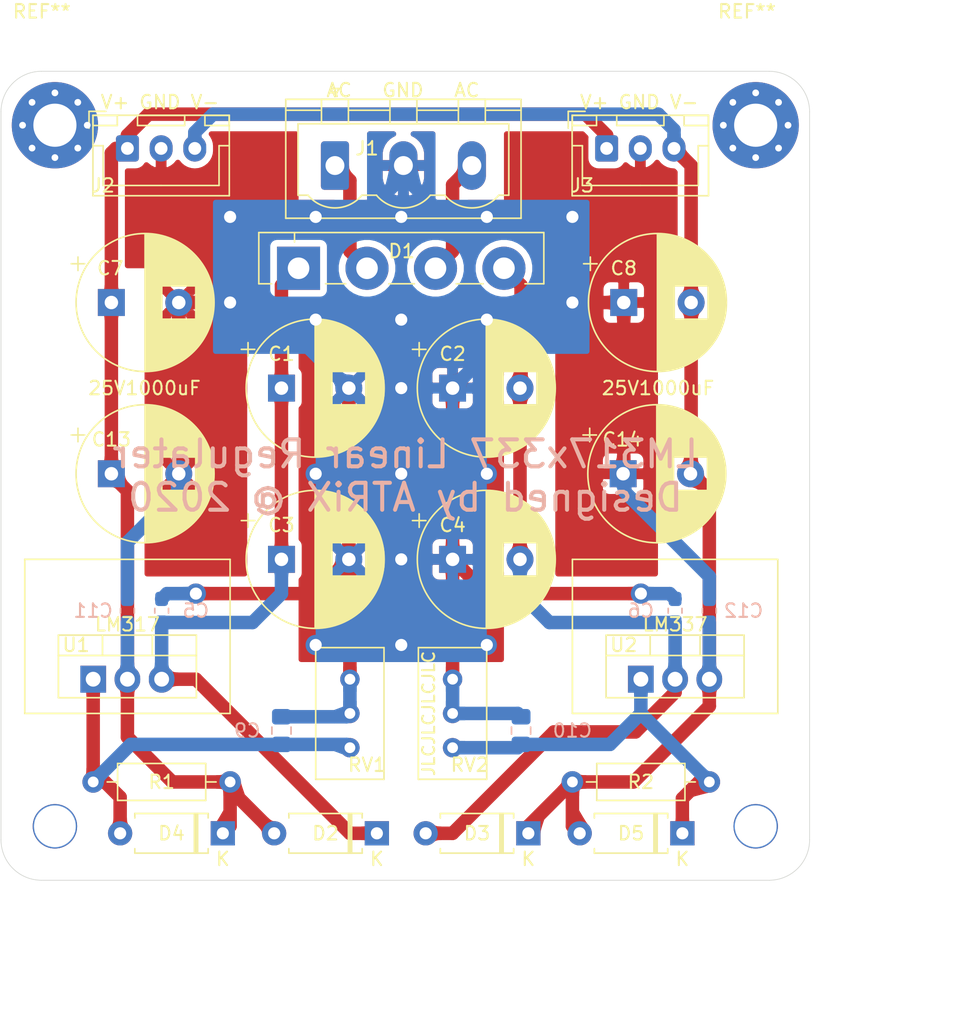
<source format=kicad_pcb>
(kicad_pcb (version 20171130) (host pcbnew "(5.1.5)-3")
  (layers (0 F.Cu signal) (31 B.Cu signal) (34 B.Paste user) (35 F.Paste user) (36 B.SilkS user) (37 F.SilkS user) (38 B.Mask user) (39 F.Mask user) (44 Edge.Cuts user))
  (net 0 "")
  (net 1 "Net-(C1-Pad1)")
  (net 2 "Net-(C2-Pad2)")
  (net 3 "Net-(D1-Pad2)")
  (net 4 "Net-(D1-Pad3)")
  (net 5 GND)
  (net 6 V+)
  (net 7 V-)
  (net 8 "Net-(C9-Pad1)")
  (net 9 "Net-(C10-Pad2)")
  (module Resistor_THT:R_Axial_DIN0207_L6.3mm_D2.5mm_P10.16mm_Horizontal (layer F.Cu) (at 127 92.71 180)
    (fp_text reference R1 (at 5.08 0) (layer F.SilkS))
    (fp_text value 100)
    (pad 2 thru_hole oval (at 10.16 0 180) (size 1.6 1.6) (drill 0.8) (layers *.Cu *.Mask) (net 8 "Net-(C9-Pad1)"))
    (pad 1 thru_hole circle (at 0 0 180) (size 1.6 1.6) (drill 0.8) (layers *.Cu *.Mask) (net 6 V+))
  )
  (module MountingHole:MountingHole_3.2mm_M3_Pad_Via (layer F.Cu) (at 114 44)
    (fp_text reference REF** (at -0.97 -8.44) (layer F.SilkS))
    (fp_text value MountingHole_3.2mm_M3_Pad_Via)
    (pad 1 thru_hole circle (at 0 0) (size 6.4 6.4) (drill 3.2) (layers *.Cu *.Mask))
    (pad 1 thru_hole circle (at 2.4 0) (size 0.8 0.8) (drill 0.5) (layers *.Cu *.Mask))
    (pad 1 thru_hole circle (at 1.697056 1.697056) (size 0.8 0.8) (drill 0.5) (layers *.Cu *.Mask))
    (pad 1 thru_hole circle (at 0 2.4) (size 0.8 0.8) (drill 0.5) (layers *.Cu *.Mask))
    (pad 1 thru_hole circle (at -1.697056 1.697056) (size 0.8 0.8) (drill 0.5) (layers *.Cu *.Mask))
    (pad 1 thru_hole circle (at -2.4 0) (size 0.8 0.8) (drill 0.5) (layers *.Cu *.Mask))
    (pad 1 thru_hole circle (at -1.697056 -1.697056) (size 0.8 0.8) (drill 0.5) (layers *.Cu *.Mask))
    (pad 1 thru_hole circle (at 0 -2.4) (size 0.8 0.8) (drill 0.5) (layers *.Cu *.Mask))
    (pad 1 thru_hole circle (at 1.697056 -1.697056) (size 0.8 0.8) (drill 0.5) (layers *.Cu *.Mask))
  )
  (module MountingHole:MountingHole_3.2mm_M3_Pad_Via (layer F.Cu) (at 166 44)
    (fp_text reference REF** (at -0.646 -8.44) (layer F.SilkS))
    (fp_text value MountingHole_3.2mm_M3_Pad_Via)
    (pad 1 thru_hole circle (at 1.697056 -1.697056) (size 0.8 0.8) (drill 0.5) (layers *.Cu *.Mask))
    (pad 1 thru_hole circle (at 0 -2.4) (size 0.8 0.8) (drill 0.5) (layers *.Cu *.Mask))
    (pad 1 thru_hole circle (at -1.697056 -1.697056) (size 0.8 0.8) (drill 0.5) (layers *.Cu *.Mask))
    (pad 1 thru_hole circle (at -2.4 0) (size 0.8 0.8) (drill 0.5) (layers *.Cu *.Mask))
    (pad 1 thru_hole circle (at -1.697056 1.697056) (size 0.8 0.8) (drill 0.5) (layers *.Cu *.Mask))
    (pad 1 thru_hole circle (at 0 2.4) (size 0.8 0.8) (drill 0.5) (layers *.Cu *.Mask))
    (pad 1 thru_hole circle (at 1.697056 1.697056) (size 0.8 0.8) (drill 0.5) (layers *.Cu *.Mask))
    (pad 1 thru_hole circle (at 2.4 0) (size 0.8 0.8) (drill 0.5) (layers *.Cu *.Mask))
    (pad 1 thru_hole circle (at 0 0) (size 6.4 6.4) (drill 3.2) (layers *.Cu *.Mask))
  )
  (module Diode_THT:D_A-405_P7.62mm_Horizontal (layer F.Cu) (at 160.56 96.52 180)
    (fp_text reference D5 (at 3.81 0) (layer F.SilkS))
    (fp_text value D)
    (fp_text user K (at 0 -1.9) (layer F.SilkS))
    (pad 2 thru_hole oval (at 7.62 0 180) (size 1.8 1.8) (drill 0.9) (layers *.Cu *.Mask) (net 7 V-))
    (pad 1 thru_hole rect (at 0 0 180) (size 1.8 1.8) (drill 0.9) (layers *.Cu *.Mask) (net 9 "Net-(C10-Pad2)"))
  )
  (module Resistor_THT:R_Axial_DIN0207_L6.3mm_D2.5mm_P10.16mm_Horizontal (layer F.Cu) (at 162.56 92.71 180)
    (fp_text reference R2 (at 5.08 0) (layer F.SilkS))
    (fp_text value 100)
    (pad 2 thru_hole oval (at 10.16 0 180) (size 1.6 1.6) (drill 0.8) (layers *.Cu *.Mask) (net 7 V-))
    (pad 1 thru_hole circle (at 0 0 180) (size 1.6 1.6) (drill 0.8) (layers *.Cu *.Mask) (net 9 "Net-(C10-Pad2)"))
  )
  (module Connector_JST:JST_XH_B3B-XH-A_1x03_P2.50mm_Vertical (layer F.Cu) (at 154.94 45.72)
    (fp_text reference J3 (at -1.8 2.75) (layer F.SilkS))
    (fp_text value Conn_01x03_Female)
    (pad 3 thru_hole oval (at 5 0) (size 1.7 1.95) (drill 0.95) (layers *.Cu *.Mask) (net 7 V-))
    (pad 2 thru_hole oval (at 2.5 0) (size 1.7 1.95) (drill 0.95) (layers *.Cu *.Mask) (net 5 GND))
    (pad 1 thru_hole roundrect (at 0 0) (size 1.7 1.95) (drill 0.95) (layers *.Cu *.Mask) (roundrect_rratio 0.147059) (net 6 V+))
  )
  (module Connector_Phoenix_MSTB:PhoenixContact_MSTBVA_2,5_3-G-5,08_1x03_P5.08mm_Vertical (layer F.Cu) (at 134.78 46.99)
    (fp_text reference J1 (at 2.38 -1.27) (layer F.SilkS))
    (fp_text value Conn_01x03_Female)
    (pad 3 thru_hole oval (at 10.16 0) (size 2.08 3.6) (drill 1.4) (layers *.Cu *.Mask) (net 4 "Net-(D1-Pad3)"))
    (pad 2 thru_hole oval (at 5.08 0) (size 2.08 3.6) (drill 1.4) (layers *.Cu *.Mask) (net 5 GND))
    (pad 1 thru_hole roundrect (at 0 0) (size 2.08 3.6) (drill 1.4) (layers *.Cu *.Mask) (roundrect_rratio 0.120192) (net 3 "Net-(D1-Pad2)"))
  )
  (module Diode_THT:D_A-405_P7.62mm_Horizontal (layer F.Cu) (at 126.46 96.52 180)
    (fp_text reference D4 (at 3.81 0) (layer F.SilkS))
    (fp_text value D)
    (fp_text user K (at 0 -1.9) (layer F.SilkS))
    (pad 2 thru_hole oval (at 7.62 0 180) (size 1.8 1.8) (drill 0.9) (layers *.Cu *.Mask) (net 8 "Net-(C9-Pad1)"))
    (pad 1 thru_hole rect (at 0 0 180) (size 1.8 1.8) (drill 0.9) (layers *.Cu *.Mask) (net 6 V+))
  )
  (module Capacitor_THT:CP_Radial_D10.0mm_P5.00mm (layer F.Cu) (at 156.163 69.85)
    (fp_text reference C14 (at -0.08 -2.54) (layer F.SilkS))
    (fp_text value 1000u)
    (pad 2 thru_hole circle (at 5 0) (size 2 2) (drill 1) (layers *.Cu *.Mask) (net 7 V-))
    (pad 1 thru_hole rect (at 0 0) (size 2 2) (drill 1) (layers *.Cu *.Mask) (net 5 GND))
  )
  (module Capacitor_THT:CP_Radial_D10.0mm_P5.00mm (layer F.Cu) (at 118.19 69.85)
    (fp_text reference C13 (at 0 -2.54) (layer F.SilkS))
    (fp_text value 1000u)
    (pad 2 thru_hole circle (at 5 0) (size 2 2) (drill 1) (layers *.Cu *.Mask) (net 5 GND))
    (pad 1 thru_hole rect (at 0 0) (size 2 2) (drill 1) (layers *.Cu *.Mask) (net 6 V+))
  )
  (module Capacitor_SMD:C_0603_1608Metric_Pad1.05x0.95mm_HandSolder (layer B.Cu) (at 162.56 80.01 270)
    (fp_text reference C12 (at 0 -2.54) (layer B.SilkS) (effects (justify mirror)))
    (fp_text value C)
    (pad 2 smd roundrect (at 0.875 0 270) (size 1.05 0.95) (layers B.Cu B.Paste B.Mask) (net 7 V-))
    (pad 1 smd roundrect (at -0.875 0 270) (size 1.05 0.95) (layers B.Cu B.Paste B.Mask) (net 5 GND))
  )
  (module Capacitor_SMD:C_0603_1608Metric_Pad1.05x0.95mm_HandSolder (layer B.Cu) (at 119.38 80.01 90)
    (fp_text reference C11 (at 0 -2.54 180) (layer B.SilkS) (effects (justify mirror)))
    (fp_text value C)
    (pad 2 smd roundrect (at 0.875 0 90) (size 1.05 0.95) (layers B.Cu B.Paste B.Mask) (net 5 GND))
    (pad 1 smd roundrect (at -0.875 0 90) (size 1.05 0.95) (layers B.Cu B.Paste B.Mask) (net 6 V+))
  )
  (module Capacitor_SMD:C_0805_2012Metric_Pad1.15x1.40mm_HandSolder (layer B.Cu) (at 148.59 88.9 270)
    (fp_text reference C10 (at 0 -3.81) (layer B.SilkS) (effects (justify mirror)))
    (fp_text value 10uf)
    (pad 2 smd roundrect (at 1.025 0 270) (size 1.15 1.4) (layers B.Cu B.Paste B.Mask) (roundrect_rratio 0.217391) (net 9 "Net-(C10-Pad2)"))
    (pad 1 smd roundrect (at -1.025 0 270) (size 1.15 1.4) (layers B.Cu B.Paste B.Mask) (roundrect_rratio 0.217391) (net 5 GND))
  )
  (module Capacitor_SMD:C_0805_2012Metric_Pad1.15x1.40mm_HandSolder (layer B.Cu) (at 130.81 88.9 90)
    (fp_text reference C9 (at 0 -2.54 180) (layer B.SilkS) (effects (justify mirror)))
    (fp_text value 10uf)
    (pad 2 smd roundrect (at 1.025 0 90) (size 1.15 1.4) (layers B.Cu B.Paste B.Mask) (roundrect_rratio 0.217391) (net 5 GND))
    (pad 1 smd roundrect (at -1.025 0 90) (size 1.15 1.4) (layers B.Cu B.Paste B.Mask) (roundrect_rratio 0.217391) (net 8 "Net-(C9-Pad1)"))
  )
  (module Package_TO_SOT_THT:TO-220-3_Vertical (layer F.Cu) (at 157.48 85.09)
    (fp_text reference U2 (at -1.27 -2.54) (layer F.SilkS))
    (fp_text value LM337)
    (pad 3 thru_hole oval (at 5.08 0) (size 1.905 2) (drill 1.1) (layers *.Cu *.Mask) (net 7 V-))
    (pad 2 thru_hole oval (at 2.54 0) (size 1.905 2) (drill 1.1) (layers *.Cu *.Mask) (net 2 "Net-(C2-Pad2)"))
    (pad 1 thru_hole rect (at 0 0) (size 1.905 2) (drill 1.1) (layers *.Cu *.Mask) (net 9 "Net-(C10-Pad2)"))
  )
  (module Package_TO_SOT_THT:TO-220-3_Vertical (layer F.Cu) (at 116.84 85.09)
    (fp_text reference U1 (at -1.27 -2.54) (layer F.SilkS))
    (fp_text value LM317)
    (pad 3 thru_hole oval (at 5.08 0) (size 1.905 2) (drill 1.1) (layers *.Cu *.Mask) (net 1 "Net-(C1-Pad1)"))
    (pad 2 thru_hole oval (at 2.54 0) (size 1.905 2) (drill 1.1) (layers *.Cu *.Mask) (net 6 V+))
    (pad 1 thru_hole rect (at 0 0) (size 1.905 2) (drill 1.1) (layers *.Cu *.Mask) (net 8 "Net-(C9-Pad1)"))
  )
  (module Potentiometer_THT:Potentiometer_Bourns_3296W_Vertical (layer F.Cu) (at 143.51 90.17 270)
    (fp_text reference RV2 (at 1.27 -1.27 180) (layer F.SilkS))
    (fp_text value 1K)
    (pad 3 thru_hole circle (at -5.08 0 270) (size 1.44 1.44) (drill 0.8) (layers *.Cu *.Mask) (net 5 GND))
    (pad 2 thru_hole circle (at -2.54 0 270) (size 1.44 1.44) (drill 0.8) (layers *.Cu *.Mask) (net 5 GND))
    (pad 1 thru_hole circle (at 0 0 270) (size 1.44 1.44) (drill 0.8) (layers *.Cu *.Mask) (net 9 "Net-(C10-Pad2)"))
  )
  (module Potentiometer_THT:Potentiometer_Bourns_3296W_Vertical (layer F.Cu) (at 135.89 90.17 270)
    (fp_text reference RV1 (at 1.27 -1.27 180) (layer F.SilkS))
    (fp_text value 1K)
    (pad 3 thru_hole circle (at -5.08 0 270) (size 1.44 1.44) (drill 0.8) (layers *.Cu *.Mask) (net 5 GND))
    (pad 2 thru_hole circle (at -2.54 0 270) (size 1.44 1.44) (drill 0.8) (layers *.Cu *.Mask) (net 5 GND))
    (pad 1 thru_hole circle (at 0 0 270) (size 1.44 1.44) (drill 0.8) (layers *.Cu *.Mask) (net 8 "Net-(C9-Pad1)"))
  )
  (module Connector_JST:JST_XH_B3B-XH-A_1x03_P2.50mm_Vertical (layer F.Cu) (at 119.38 45.72)
    (fp_text reference J2 (at -1.8 2.75) (layer F.SilkS))
    (fp_text value Conn_01x03_Female)
    (pad 3 thru_hole oval (at 5 0) (size 1.7 1.95) (drill 0.95) (layers *.Cu *.Mask) (net 7 V-))
    (pad 2 thru_hole oval (at 2.5 0) (size 1.7 1.95) (drill 0.95) (layers *.Cu *.Mask) (net 5 GND))
    (pad 1 thru_hole roundrect (at 0 0) (size 1.7 1.95) (drill 0.95) (layers *.Cu *.Mask) (roundrect_rratio 0.147059) (net 6 V+))
  )
  (module Diode_THT:D_A-405_P7.62mm_Horizontal (layer F.Cu) (at 149.13 96.52 180)
    (fp_text reference D3 (at 3.81 0) (layer F.SilkS))
    (fp_text value D)
    (fp_text user K (at 0 -1.9) (layer F.SilkS))
    (pad 2 thru_hole oval (at 7.62 0 180) (size 1.8 1.8) (drill 0.9) (layers *.Cu *.Mask) (net 2 "Net-(C2-Pad2)"))
    (pad 1 thru_hole rect (at 0 0 180) (size 1.8 1.8) (drill 0.9) (layers *.Cu *.Mask) (net 7 V-))
  )
  (module Diode_THT:D_A-405_P7.62mm_Horizontal (layer F.Cu) (at 137.89 96.52 180)
    (fp_text reference D2 (at 3.81 0) (layer F.SilkS))
    (fp_text value D)
    (fp_text user K (at 0 -1.9) (layer F.SilkS))
    (pad 2 thru_hole oval (at 7.62 0 180) (size 1.8 1.8) (drill 0.9) (layers *.Cu *.Mask) (net 6 V+))
    (pad 1 thru_hole rect (at 0 0 180) (size 1.8 1.8) (drill 0.9) (layers *.Cu *.Mask) (net 1 "Net-(C1-Pad1)"))
  )
  (module Diode_THT:Diode_Bridge_Vishay_GBL (layer F.Cu) (at 132.08 54.61)
    (fp_text reference D1 (at 7.65 -1.27) (layer F.SilkS))
    (fp_text value D_Bridge_+AA-)
    (pad 1 thru_hole rect (at 0 0 180) (size 3.2 3.2) (drill 1.6) (layers *.Cu *.Mask) (net 1 "Net-(C1-Pad1)"))
    (pad 2 thru_hole circle (at 5.08 0 180) (size 3.2 3.2) (drill 1.6) (layers *.Cu *.Mask) (net 3 "Net-(D1-Pad2)"))
    (pad 3 thru_hole circle (at 10.16 0 180) (size 3.2 3.2) (drill 1.6) (layers *.Cu *.Mask) (net 4 "Net-(D1-Pad3)"))
    (pad 4 thru_hole circle (at 15.24 0 180) (size 3.2 3.2) (drill 1.6) (layers *.Cu *.Mask) (net 2 "Net-(C2-Pad2)"))
  )
  (module Capacitor_THT:CP_Radial_D10.0mm_P5.00mm (layer F.Cu) (at 156.21 57.15)
    (fp_text reference C8 (at 0 -2.54) (layer F.SilkS))
    (fp_text value 1000u)
    (pad 2 thru_hole circle (at 5 0) (size 2 2) (drill 1) (layers *.Cu *.Mask) (net 7 V-))
    (pad 1 thru_hole rect (at 0 0) (size 2 2) (drill 1) (layers *.Cu *.Mask) (net 5 GND))
  )
  (module Capacitor_THT:CP_Radial_D10.0mm_P5.00mm (layer F.Cu) (at 118.19 57.15)
    (fp_text reference C7 (at -0.08 -2.54) (layer F.SilkS))
    (fp_text value 1000u)
    (pad 2 thru_hole circle (at 5 0) (size 2 2) (drill 1) (layers *.Cu *.Mask) (net 5 GND))
    (pad 1 thru_hole rect (at 0 0) (size 2 2) (drill 1) (layers *.Cu *.Mask) (net 6 V+))
  )
  (module Capacitor_SMD:C_0603_1608Metric_Pad1.05x0.95mm_HandSolder (layer B.Cu) (at 160.02 80.01 270)
    (fp_text reference C6 (at 0 2.54) (layer B.SilkS) (effects (justify mirror)))
    (fp_text value C)
    (pad 2 smd roundrect (at 0.875 0 270) (size 1.05 0.95) (layers B.Cu B.Paste B.Mask) (net 2 "Net-(C2-Pad2)"))
    (pad 1 smd roundrect (at -0.875 0 270) (size 1.05 0.95) (layers B.Cu B.Paste B.Mask) (net 5 GND))
  )
  (module Capacitor_SMD:C_0603_1608Metric_Pad1.05x0.95mm_HandSolder (layer B.Cu) (at 121.92 80.01 90)
    (fp_text reference C5 (at 0 2.54) (layer B.SilkS) (effects (justify mirror)))
    (fp_text value C)
    (pad 2 smd roundrect (at 0.875 0 90) (size 1.05 0.95) (layers B.Cu B.Paste B.Mask) (net 5 GND))
    (pad 1 smd roundrect (at -0.875 0 90) (size 1.05 0.95) (layers B.Cu B.Paste B.Mask) (net 1 "Net-(C1-Pad1)"))
  )
  (module Capacitor_THT:CP_Radial_D10.0mm_P5.00mm (layer F.Cu) (at 143.51 76.2)
    (fp_text reference C4 (at 0 -2.54) (layer F.SilkS))
    (fp_text value 1000u)
    (pad 2 thru_hole circle (at 5 0) (size 2 2) (drill 1) (layers *.Cu *.Mask) (net 2 "Net-(C2-Pad2)"))
    (pad 1 thru_hole rect (at 0 0) (size 2 2) (drill 1) (layers *.Cu *.Mask) (net 5 GND))
  )
  (module Capacitor_THT:CP_Radial_D10.0mm_P5.00mm (layer F.Cu) (at 130.81 76.2)
    (fp_text reference C3 (at 0 -2.54) (layer F.SilkS))
    (fp_text value 1000u)
    (pad 2 thru_hole circle (at 5 0) (size 2 2) (drill 1) (layers *.Cu *.Mask) (net 5 GND))
    (pad 1 thru_hole rect (at 0 0) (size 2 2) (drill 1) (layers *.Cu *.Mask) (net 1 "Net-(C1-Pad1)"))
  )
  (module Capacitor_THT:CP_Radial_D10.0mm_P5.00mm (layer F.Cu) (at 143.51 63.5)
    (fp_text reference C2 (at 0 -2.54) (layer F.SilkS))
    (fp_text value 1000u)
    (pad 2 thru_hole circle (at 5 0) (size 2 2) (drill 1) (layers *.Cu *.Mask) (net 2 "Net-(C2-Pad2)"))
    (pad 1 thru_hole rect (at 0 0) (size 2 2) (drill 1) (layers *.Cu *.Mask) (net 5 GND))
  )
  (module Capacitor_THT:CP_Radial_D10.0mm_P5.00mm (layer F.Cu) (at 130.81 63.5)
    (fp_text reference C1 (at 0 -2.54) (layer F.SilkS))
    (fp_text value 1000u)
    (pad 2 thru_hole circle (at 5 0) (size 2 2) (drill 1) (layers *.Cu *.Mask) (net 5 GND))
    (pad 1 thru_hole rect (at 0 0) (size 2 2) (drill 1) (layers *.Cu *.Mask) (net 1 "Net-(C1-Pad1)"))
  )
  (gr_text JLCJLCJLCJLC (at 141.732 87.63 90) (layer F.SilkS) (effects (font (size 0.9 0.9))))
  (gr_text "LM317x337 Linear Regulater\nDesigned by ATRiX @ 2020" (at 140 70) (layer B.SilkS) (effects (font (size 2 2) (thickness 0.3)) (justify mirror)))
  (gr_text 25V1000uF (at 120.65 63.5) (layer F.SilkS) (effects (font (size 1 1))))
  (gr_text 25V1000uF (at 158.75 63.5) (layer F.SilkS) (effects (font (size 1 1))))
  (gr_text LM337 (at 160.02 81.026) (layer F.SilkS) (effects (font (size 1 1))))
  (gr_text LM317 (at 119.38 81.026) (layer F.SilkS) (effects (font (size 1 1))))
  (gr_text "V+ GND V-" (at 121.793 42.291) (layer F.SilkS) (effects (font (size 1 1))))
  (gr_text "V+ GND V-" (at 157.353 42.291) (layer F.SilkS) (effects (font (size 1 1))))
  (gr_text "AC   GND   AC" (at 139.827 41.402) (layer F.SilkS) (effects (font (size 1 1))))
  (gr_arc (start 113 43) (end 113 40) (angle -90) (layer Edge.Cuts) (width 0.05))
  (gr_arc (start 113 97) (end 110 97) (angle -90) (layer Edge.Cuts) (width 0.05))
  (gr_arc (start 167 97) (end 167 100) (angle -90) (layer Edge.Cuts) (width 0.05))
  (gr_arc (start 167 43) (end 170 43) (angle -90) (layer Edge.Cuts) (width 0.05))
  (gr_line (start 167 40) (end 113 40) (layer Edge.Cuts) (width 0.05))
  (gr_line (start 170 97) (end 170 43) (layer Edge.Cuts) (width 0.05))
  (gr_line (start 113 100) (end 167 100) (layer Edge.Cuts) (width 0.05))
  (gr_line (start 110 43) (end 110 97) (layer Edge.Cuts) (width 0.05))
  (gr_line (start 111.76 87.63) (end 127 87.63) (layer F.SilkS) (width 0.12))
  (gr_line (start 111.76 76.2) (end 111.76 87.63) (layer F.SilkS) (width 0.12))
  (gr_line (start 127 76.2) (end 111.76 76.2) (layer F.SilkS) (width 0.12))
  (gr_line (start 127 87.63) (end 127 76.2) (layer F.SilkS) (width 0.12))
  (gr_line (start 167.64 76.2) (end 152.4 76.2) (layer F.SilkS) (width 0.12))
  (gr_line (start 167.64 87.63) (end 167.64 76.2) (layer F.SilkS) (width 0.12))
  (gr_line (start 152.4 87.63) (end 167.64 87.63) (layer F.SilkS) (width 0.12))
  (gr_line (start 152.4 76.2) (end 152.4 87.63) (layer F.SilkS) (width 0.12))
  (via (at 166 96) (size 3.3) (drill 3.1) (layers F.Cu B.Cu) (net 0))
  (via (at 114 96) (size 3.3) (drill 3.1) (layers F.Cu B.Cu) (net 0))
  (segment (start 130.81 63.5) (end 130.81 76.2) (width 1) (layer F.Cu) (net 1))
  (segment (start 121.92 80.885) (end 121.92 85.09) (width 1) (layer B.Cu) (net 1))
  (segment (start 121.92 85.09) (end 124.46 85.09) (width 1) (layer F.Cu) (net 1))
  (segment (start 122.395 80.885) (end 121.92 80.885) (width 1) (layer B.Cu) (net 1))
  (segment (start 128.665 80.885) (end 122.395 80.885) (width 1) (layer B.Cu) (net 1))
  (segment (start 130.81 76.2) (end 130.81 78.74) (width 1) (layer B.Cu) (net 1))
  (segment (start 130.81 78.74) (end 128.665 80.885) (width 1) (layer B.Cu) (net 1))
  (segment (start 130.81 55.88) (end 130.81 63.5) (width 1) (layer F.Cu) (net 1))
  (segment (start 132.08 54.61) (end 130.81 55.88) (width 1) (layer F.Cu) (net 1))
  (segment (start 135.89 96.52) (end 137.89 96.52) (width 1) (layer F.Cu) (net 1))
  (segment (start 124.46 85.09) (end 135.89 96.52) (width 1) (layer F.Cu) (net 1))
  (segment (start 148.51 63.5) (end 148.51 76.2) (width 1) (layer F.Cu) (net 2))
  (segment (start 160.02 80.885) (end 160.02 85.09) (width 1) (layer B.Cu) (net 2))
  (segment (start 150.695 80.885) (end 160.02 80.885) (width 1) (layer B.Cu) (net 2))
  (segment (start 148.51 76.2) (end 148.51 78.7) (width 1) (layer B.Cu) (net 2))
  (segment (start 148.51 78.7) (end 150.695 80.885) (width 1) (layer B.Cu) (net 2))
  (segment (start 148.59 63.42) (end 148.51 63.5) (width 1) (layer F.Cu) (net 2))
  (segment (start 147.32 54.61) (end 148.59 55.88) (width 1) (layer F.Cu) (net 2))
  (segment (start 148.59 55.88) (end 148.59 63.42) (width 1) (layer F.Cu) (net 2))
  (segment (start 151.03 89) (end 157.081251 89) (width 1) (layer F.Cu) (net 2))
  (segment (start 160.02 86.061251) (end 160.02 85.09) (width 1) (layer F.Cu) (net 2))
  (segment (start 141.51 96.52) (end 143.51 96.52) (width 1) (layer F.Cu) (net 2))
  (segment (start 157.081251 89) (end 160.02 86.061251) (width 1) (layer F.Cu) (net 2))
  (segment (start 143.51 96.52) (end 151.03 89) (width 1) (layer F.Cu) (net 2))
  (segment (start 135.89 53.34) (end 137.16 54.61) (width 1) (layer F.Cu) (net 3))
  (segment (start 134.78 46.99) (end 135.89 48.1) (width 1) (layer F.Cu) (net 3))
  (segment (start 135.89 48.1) (end 135.89 53.34) (width 1) (layer F.Cu) (net 3))
  (segment (start 143.51 53.34) (end 142.24 54.61) (width 1) (layer F.Cu) (net 4))
  (segment (start 144.94 46.99) (end 143.51 48.42) (width 1) (layer F.Cu) (net 4))
  (segment (start 143.51 48.42) (end 143.51 53.34) (width 1) (layer F.Cu) (net 4))
  (via (at 139.7 50.8) (size 1.5) (drill 0.9) (layers F.Cu B.Cu) (net 5))
  (segment (start 143.51 63.5) (end 143.51 76.2) (width 1) (layer F.Cu) (net 5))
  (segment (start 135.81 76.2) (end 135.81 63.5) (width 1) (layer F.Cu) (net 5))
  (segment (start 156.29 57.23) (end 156.21 57.15) (width 1) (layer F.Cu) (net 5))
  (segment (start 123.19 69.77) (end 123.11 69.85) (width 1) (layer F.Cu) (net 5))
  (segment (start 123.19 57.15) (end 123.19 69.77) (width 1) (layer F.Cu) (net 5))
  (segment (start 139.86 47.75) (end 142.91 50.8) (width 1) (layer B.Cu) (net 5))
  (segment (start 139.86 46.99) (end 139.86 47.75) (width 1) (layer B.Cu) (net 5))
  (segment (start 139.86 47.75) (end 136.81 50.8) (width 1) (layer B.Cu) (net 5))
  (segment (start 136.81 50.8) (end 129.54 50.8) (width 1) (layer B.Cu) (net 5))
  (segment (start 142.91 50.8) (end 151.13 50.8) (width 1) (layer B.Cu) (net 5))
  (segment (start 151.13 50.8) (end 151.86 50.8) (width 1) (layer B.Cu) (net 5))
  (segment (start 151.13 55.88) (end 151.13 50.8) (width 1) (layer B.Cu) (net 5))
  (segment (start 143.51 63.5) (end 151.13 55.88) (width 1) (layer B.Cu) (net 5))
  (segment (start 128.27 55.96) (end 128.27 50.8) (width 1) (layer B.Cu) (net 5))
  (segment (start 129.54 50.8) (end 128.27 50.8) (width 1) (layer B.Cu) (net 5))
  (segment (start 135.81 63.5) (end 128.27 55.96) (width 1) (layer B.Cu) (net 5))
  (segment (start 135.645 87.875) (end 135.89 87.63) (width 1) (layer B.Cu) (net 5))
  (segment (start 130.81 87.875) (end 135.645 87.875) (width 1) (layer B.Cu) (net 5))
  (segment (start 148.345 87.63) (end 148.59 87.875) (width 1) (layer B.Cu) (net 5))
  (segment (start 143.51 87.63) (end 148.345 87.63) (width 1) (layer B.Cu) (net 5))
  (segment (start 143.51 85.09) (end 143.51 87.63) (width 1) (layer B.Cu) (net 5))
  (segment (start 135.89 87.63) (end 135.89 85.09) (width 1) (layer B.Cu) (net 5))
  (segment (start 143.51 85.09) (end 143.51 76.2) (width 1) (layer F.Cu) (net 5))
  (segment (start 135.89 76.28) (end 135.81 76.2) (width 1) (layer F.Cu) (net 5))
  (segment (start 135.89 85.09) (end 135.89 76.28) (width 1) (layer F.Cu) (net 5))
  (segment (start 156.29 71.2) (end 156.29 69.85) (width 1) (layer B.Cu) (net 5))
  (segment (start 162.56 79.135) (end 162.56 77.47) (width 1) (layer B.Cu) (net 5))
  (segment (start 162.56 77.47) (end 156.29 71.2) (width 1) (layer B.Cu) (net 5))
  (segment (start 123.11 71.264213) (end 123.11 69.85) (width 1) (layer B.Cu) (net 5))
  (segment (start 123.045787 71.264213) (end 123.11 71.264213) (width 1) (layer B.Cu) (net 5))
  (segment (start 119.38 79.135) (end 119.38 74.93) (width 1) (layer B.Cu) (net 5))
  (segment (start 119.38 74.93) (end 123.045787 71.264213) (width 1) (layer B.Cu) (net 5))
  (via (at 124.46 78.74) (size 1.5) (drill 0.9) (layers F.Cu B.Cu) (net 5))
  (segment (start 135.81 76.2) (end 133.27 78.74) (width 1) (layer F.Cu) (net 5))
  (segment (start 133.27 78.74) (end 124.46 78.74) (width 1) (layer F.Cu) (net 5))
  (segment (start 122.315 78.74) (end 121.92 79.135) (width 1) (layer B.Cu) (net 5))
  (segment (start 124.46 78.74) (end 122.315 78.74) (width 1) (layer B.Cu) (net 5))
  (via (at 157.48 78.74) (size 1.5) (drill 0.9) (layers F.Cu B.Cu) (net 5))
  (segment (start 159.625 78.74) (end 160.02 79.135) (width 1) (layer B.Cu) (net 5))
  (segment (start 157.48 78.74) (end 159.625 78.74) (width 1) (layer B.Cu) (net 5))
  (via (at 146.05 50.8) (size 1.5) (drill 0.9) (layers F.Cu B.Cu) (net 5))
  (via (at 133.35 50.8) (size 1.5) (drill 0.9) (layers F.Cu B.Cu) (net 5))
  (via (at 127 50.8) (size 1.5) (drill 0.9) (layers F.Cu B.Cu) (net 5))
  (via (at 152.4 50.8) (size 1.5) (drill 0.9) (layers F.Cu B.Cu) (net 5))
  (via (at 152.4 57.15) (size 1.5) (drill 0.9) (layers F.Cu B.Cu) (net 5))
  (via (at 127 57.15) (size 1.5) (drill 0.9) (layers F.Cu B.Cu) (net 5))
  (segment (start 146.05 78.74) (end 157.48 78.74) (width 1) (layer F.Cu) (net 5))
  (segment (start 143.51 76.2) (end 146.05 78.74) (width 1) (layer F.Cu) (net 5))
  (via (at 139.7 69.85) (size 1.5) (drill 0.9) (layers F.Cu B.Cu) (net 5))
  (via (at 139.7 63.5) (size 1.5) (drill 0.9) (layers F.Cu B.Cu) (net 5))
  (via (at 139.7 76.2) (size 1.5) (drill 0.9) (layers F.Cu B.Cu) (net 5))
  (via (at 133.35 69.85) (size 1.5) (drill 0.9) (layers F.Cu B.Cu) (net 5))
  (via (at 146.05 69.85) (size 1.5) (drill 0.9) (layers F.Cu B.Cu) (net 5))
  (via (at 139.7 58.42) (size 1.5) (drill 0.9) (layers F.Cu B.Cu) (net 5))
  (via (at 133.35 58.42) (size 1.5) (drill 0.9) (layers F.Cu B.Cu) (net 5))
  (via (at 146.05 58.42) (size 1.5) (drill 0.9) (layers F.Cu B.Cu) (net 5))
  (segment (start 123.19 57.15) (end 127 57.15) (width 1) (layer F.Cu) (net 5))
  (segment (start 156.21 57.15) (end 152.4 57.15) (width 1) (layer F.Cu) (net 5))
  (via (at 139.7 82.55) (size 1.5) (drill 0.9) (layers F.Cu B.Cu) (net 5))
  (via (at 133.35 82.55) (size 1.5) (drill 0.9) (layers F.Cu B.Cu) (net 5))
  (via (at 146.05 82.55) (size 1.5) (drill 0.9) (layers F.Cu B.Cu) (net 5))
  (segment (start 156.21 69.803) (end 156.163 69.85) (width 1) (layer F.Cu) (net 5))
  (segment (start 156.21 57.15) (end 156.21 69.803) (width 1) (layer F.Cu) (net 5))
  (segment (start 118.19 69.77) (end 118.11 69.85) (width 1) (layer F.Cu) (net 6))
  (segment (start 118.53 45.72) (end 119.38 45.72) (width 1) (layer F.Cu) (net 6))
  (segment (start 118.19 46.06) (end 118.53 45.72) (width 1) (layer F.Cu) (net 6))
  (segment (start 118.19 57.15) (end 118.19 46.06) (width 1) (layer F.Cu) (net 6))
  (segment (start 153.375 43.18) (end 154.94 44.745) (width 1) (layer F.Cu) (net 6))
  (segment (start 120.945 43.18) (end 153.375 43.18) (width 1) (layer F.Cu) (net 6))
  (segment (start 119.38 45.72) (end 119.38 44.745) (width 1) (layer F.Cu) (net 6))
  (segment (start 154.94 44.745) (end 154.94 45.72) (width 1) (layer F.Cu) (net 6))
  (segment (start 119.38 44.745) (end 120.945 43.18) (width 1) (layer F.Cu) (net 6))
  (segment (start 119.38 85.09) (end 119.38 80.885) (width 1) (layer B.Cu) (net 6))
  (segment (start 119.38 71.12) (end 118.11 69.85) (width 1) (layer F.Cu) (net 6))
  (segment (start 119.38 85.09) (end 119.38 71.12) (width 1) (layer F.Cu) (net 6))
  (segment (start 118.19 57.15) (end 118.19 69.85) (width 1) (layer F.Cu) (net 6))
  (segment (start 127 95.98) (end 126.46 96.52) (width 1) (layer F.Cu) (net 6))
  (segment (start 127 92.71) (end 127 95.98) (width 1) (layer F.Cu) (net 6))
  (segment (start 127 93.25) (end 130.27 96.52) (width 1) (layer F.Cu) (net 6))
  (segment (start 127 92.71) (end 127 93.25) (width 1) (layer F.Cu) (net 6))
  (segment (start 119.38 87.63) (end 119.38 85.09) (width 1) (layer F.Cu) (net 6))
  (segment (start 119.38 89.38) (end 119.38 87.63) (width 1) (layer F.Cu) (net 6))
  (segment (start 127 92.71) (end 122.71 92.71) (width 1) (layer F.Cu) (net 6))
  (segment (start 122.71 92.71) (end 119.38 89.38) (width 1) (layer F.Cu) (net 6))
  (segment (start 161.21 69.77) (end 161.29 69.85) (width 1) (layer F.Cu) (net 7))
  (segment (start 161.21 57.15) (end 161.21 69.77) (width 1) (layer F.Cu) (net 7))
  (segment (start 161.21 46.99) (end 159.94 45.72) (width 1) (layer F.Cu) (net 7))
  (segment (start 161.21 57.15) (end 161.21 46.99) (width 1) (layer F.Cu) (net 7))
  (segment (start 159.94 44.3475) (end 159.94 45.72) (width 1) (layer B.Cu) (net 7))
  (segment (start 125.73 43.18) (end 158.7725 43.18) (width 1) (layer B.Cu) (net 7))
  (segment (start 124.38 45.72) (end 124.38 44.53) (width 1) (layer B.Cu) (net 7))
  (segment (start 158.7725 43.18) (end 159.94 44.3475) (width 1) (layer B.Cu) (net 7))
  (segment (start 124.38 44.53) (end 125.73 43.18) (width 1) (layer B.Cu) (net 7))
  (segment (start 162.56 71.12) (end 161.29 69.85) (width 1) (layer F.Cu) (net 7))
  (segment (start 162.56 85.09) (end 162.56 71.12) (width 1) (layer F.Cu) (net 7))
  (segment (start 162.56 85.09) (end 162.56 80.885) (width 1) (layer B.Cu) (net 7))
  (segment (start 162.56 87.09) (end 162.56 85.09) (width 1) (layer F.Cu) (net 7))
  (segment (start 152.4 92.71) (end 156.94 92.71) (width 1) (layer F.Cu) (net 7))
  (segment (start 156.94 92.71) (end 162.56 87.09) (width 1) (layer F.Cu) (net 7))
  (segment (start 152.4 95.98) (end 152.94 96.52) (width 1) (layer F.Cu) (net 7))
  (segment (start 152.4 92.71) (end 152.4 95.98) (width 1) (layer F.Cu) (net 7))
  (segment (start 149.13 95.98) (end 152.4 92.71) (width 1) (layer F.Cu) (net 7))
  (segment (start 149.13 96.52) (end 149.13 95.98) (width 1) (layer F.Cu) (net 7))
  (segment (start 116.84 85.09) (end 116.84 92.71) (width 1) (layer F.Cu) (net 8))
  (segment (start 135.645 89.925) (end 135.89 90.17) (width 1) (layer B.Cu) (net 8))
  (segment (start 130.81 89.925) (end 135.645 89.925) (width 1) (layer B.Cu) (net 8))
  (segment (start 119.625 89.925) (end 116.84 92.71) (width 1) (layer B.Cu) (net 8))
  (segment (start 130.81 89.925) (end 119.625 89.925) (width 1) (layer B.Cu) (net 8))
  (segment (start 118.84 93.84) (end 118.84 96.52) (width 1) (layer F.Cu) (net 8))
  (segment (start 116.84 92.71) (end 117.71 92.71) (width 1) (layer F.Cu) (net 8))
  (segment (start 117.71 92.71) (end 118.84 93.84) (width 1) (layer F.Cu) (net 8))
  (segment (start 148.345 90.17) (end 148.59 89.925) (width 1) (layer B.Cu) (net 9))
  (segment (start 143.51 90.17) (end 148.345 90.17) (width 1) (layer B.Cu) (net 9))
  (segment (start 157.48 87.63) (end 162.56 92.71) (width 1) (layer B.Cu) (net 9))
  (segment (start 157.48 85.09) (end 157.48 87.63) (width 1) (layer B.Cu) (net 9))
  (segment (start 155.185 89.925) (end 157.48 87.63) (width 1) (layer B.Cu) (net 9))
  (segment (start 148.59 89.925) (end 155.185 89.925) (width 1) (layer B.Cu) (net 9))
  (segment (start 160.56 93.94) (end 160.56 96.52) (width 1) (layer F.Cu) (net 9))
  (segment (start 162.56 92.71) (end 161.79 92.71) (width 1) (layer F.Cu) (net 9))
  (segment (start 161.79 92.71) (end 160.56 93.94) (width 1) (layer F.Cu) (net 9))
  (zone (net 5) (net_name GND) (layer F.Cu) (connect_pads (clearance 0.5)) (min_thickness 0.4) (fill yes (arc_segments 32) (thermal_gap 0.5) (thermal_bridge_width 0.8))
    (polygon (pts (xy 125.73 44.45) (xy 132.08 44.45) (xy 132.08 49.53) (xy 137.16 49.53) (xy 137.16 44.45) (xy 142.24 44.45) (xy 142.24 49.53) (xy 147.32 49.53) (xy 147.32 44.45) (xy 161.29 44.45) (xy 161.29 54.61) (xy 158.75 54.61) (xy 158.75 77.47) (xy 151.13 77.47) (xy 151.13 60.96) (xy 149.86 59.69) (xy 149.86 52.07) (xy 129.54 52.07) (xy 129.54 59.69) (xy 128.27 60.96) (xy 128.27 77.47) (xy 120.65 77.47) (xy 120.65 54.61) (xy 118.11 54.61) (xy 118.11 46.99) (xy 118.11 44.45)))
  )
  (zone (net 5) (net_name GND) (layer B.Cu) (connect_pads (clearance 0.5)) (min_thickness 0.4) (fill yes (arc_segments 32) (thermal_gap 0.5) (thermal_bridge_width 0.8))
    (polygon (pts (xy 142.24 49.53) (xy 153.67 49.53) (xy 153.67 60.96) (xy 146.05 60.96) (xy 146.05 83.82) (xy 133.35 83.82) (xy 133.35 60.96) (xy 125.73 60.96) (xy 125.73 49.53) (xy 137.16 49.53) (xy 137.16 44.45) (xy 142.24 44.45)))
  )
  (zone (net 5) (net_name GND) (layer F.Cu) (connect_pads (clearance 0.5)) (min_thickness 0.4) (fill yes (arc_segments 32) (thermal_gap 0.5) (thermal_bridge_width 0.8))
    (polygon (pts (xy 147.32 83.82) (xy 132.08 83.82) (xy 132.08 57.15) (xy 147.32 57.15)))
  )
  (zone (net 1) (net_name "Net-(C1-Pad1)") (layer F.Cu) (priority 16962) (connect_pads yes (clearance 0.2)) (min_thickness 0.0254) (fill yes (arc_segments 32) (thermal_gap 0.508) (thermal_bridge_width 0.508))
    (polygon (pts (xy 130.31 74.9) (xy 130.308 74.976025) (xy 130.302 75.048176) (xy 130.292 75.11645) (xy 130.278 75.180849) (xy 130.26 75.241373) (xy 130.238 75.298021) (xy 130.212 75.350793) (xy 130.182 75.39969) (xy 130.148 75.444712) (xy 130.11 75.485858) (xy 130.81 76.7) (xy 131.51 75.485858) (xy 131.472 75.444712) (xy 131.438 75.39969) (xy 131.408 75.350793) (xy 131.382 75.298021) (xy 131.36 75.241373) (xy 131.342 75.180849) (xy 131.328 75.11645) (xy 131.318 75.048176) (xy 131.312 74.976025) (xy 131.31 74.9)))
  )
  (zone (net 1) (net_name "Net-(C1-Pad1)") (layer F.Cu) (priority 16962) (connect_pads yes (clearance 0.2)) (min_thickness 0.0254) (fill yes (arc_segments 32) (thermal_gap 0.508) (thermal_bridge_width 0.508))
    (polygon (pts (xy 131.31 64.8) (xy 131.312 64.723974) (xy 131.318 64.651823) (xy 131.328 64.583549) (xy 131.342 64.51915) (xy 131.36 64.458626) (xy 131.382 64.401978) (xy 131.408 64.349206) (xy 131.438 64.300309) (xy 131.472 64.255287) (xy 131.51 64.214142) (xy 130.81 63) (xy 130.11 64.214142) (xy 130.148 64.255287) (xy 130.182 64.300309) (xy 130.212 64.349206) (xy 130.238 64.401978) (xy 130.26 64.458626) (xy 130.278 64.51915) (xy 130.292 64.583549) (xy 130.302 64.651823) (xy 130.308 64.723974) (xy 130.31 64.8)))
  )
  (zone (net 1) (net_name "Net-(C1-Pad1)") (layer B.Cu) (priority 16962) (connect_pads yes (clearance 0.2)) (min_thickness 0.0254) (fill yes (arc_segments 32) (thermal_gap 0.508) (thermal_bridge_width 0.508))
    (polygon (pts (xy 121.420001 83.85175) (xy 121.418333 83.928355) (xy 121.41333 84.000337) (xy 121.404993 84.067697) (xy 121.39332 84.130434) (xy 121.378313 84.188548) (xy 121.35997 84.242039) (xy 121.338293 84.290908) (xy 121.31328 84.335154) (xy 121.284932 84.374778) (xy 121.25325 84.409779) (xy 121.92 85.56625) (xy 122.58675 84.409779) (xy 122.555067 84.374778) (xy 122.526719 84.335154) (xy 122.501706 84.290908) (xy 122.480029 84.242039) (xy 122.461686 84.188548) (xy 122.446679 84.130434) (xy 122.435006 84.067697) (xy 122.426669 84.000337) (xy 122.421666 83.928355) (xy 122.419999 83.85175)))
  )
  (zone (net 1) (net_name "Net-(C1-Pad1)") (layer F.Cu) (priority 16962) (connect_pads yes (clearance 0.2)) (min_thickness 0.0254) (fill yes (arc_segments 32) (thermal_gap 0.508) (thermal_bridge_width 0.508))
    (polygon (pts (xy 123.15825 84.590001) (xy 123.081644 84.588333) (xy 123.009662 84.58333) (xy 122.942302 84.574993) (xy 122.879566 84.56332) (xy 122.821451 84.548313) (xy 122.76796 84.52997) (xy 122.719091 84.508293) (xy 122.674845 84.48328) (xy 122.635221 84.454932) (xy 122.600221 84.42325) (xy 121.44375 85.09) (xy 122.600221 85.75675) (xy 122.635221 85.725067) (xy 122.674845 85.696719) (xy 122.719091 85.671706) (xy 122.76796 85.650029) (xy 122.821451 85.631686) (xy 122.879566 85.616679) (xy 122.942302 85.605006) (xy 123.009662 85.596669) (xy 123.081644 85.591666) (xy 123.15825 85.589999)))
  )
  (zone (net 1) (net_name "Net-(C1-Pad1)") (layer B.Cu) (priority 16962) (connect_pads yes (clearance 0.2)) (min_thickness 0.0254) (fill yes (arc_segments 32) (thermal_gap 0.508) (thermal_bridge_width 0.508))
    (polygon (pts (xy 131.31 77.5) (xy 131.312 77.423974) (xy 131.318 77.351823) (xy 131.328 77.283549) (xy 131.342 77.21915) (xy 131.36 77.158626) (xy 131.382 77.101978) (xy 131.408 77.049206) (xy 131.438 77.000309) (xy 131.472 76.955287) (xy 131.51 76.914142) (xy 130.81 75.7) (xy 130.11 76.914142) (xy 130.148 76.955287) (xy 130.182 77.000309) (xy 130.212 77.049206) (xy 130.238 77.101978) (xy 130.26 77.158626) (xy 130.278 77.21915) (xy 130.292 77.283549) (xy 130.302 77.351823) (xy 130.308 77.423974) (xy 130.31 77.5)))
  )
  (zone (net 1) (net_name "Net-(C1-Pad1)") (layer F.Cu) (priority 16962) (connect_pads yes (clearance 0.2)) (min_thickness 0.0254) (fill yes (arc_segments 32) (thermal_gap 0.508) (thermal_bridge_width 0.508))
    (polygon (pts (xy 130.31 62.2) (xy 130.308 62.276025) (xy 130.302 62.348176) (xy 130.292 62.41645) (xy 130.278 62.480849) (xy 130.26 62.541373) (xy 130.238 62.598021) (xy 130.212 62.650793) (xy 130.182 62.69969) (xy 130.148 62.744712) (xy 130.11 62.785858) (xy 130.81 64) (xy 131.51 62.785858) (xy 131.472 62.744712) (xy 131.438 62.69969) (xy 131.408 62.650793) (xy 131.382 62.598021) (xy 131.36 62.541373) (xy 131.342 62.480849) (xy 131.328 62.41645) (xy 131.318 62.348176) (xy 131.312 62.276025) (xy 131.31 62.2)))
  )
  (zone (net 1) (net_name "Net-(C1-Pad1)") (layer F.Cu) (priority 16962) (connect_pads yes (clearance 0.2)) (min_thickness 0.0254) (fill yes (arc_segments 32) (thermal_gap 0.508) (thermal_bridge_width 0.508))
    (polygon (pts (xy 136.72 97.02) (xy 136.797245 97.0213) (xy 136.869041 97.0252) (xy 136.935389 97.0317) (xy 136.996289 97.0408) (xy 137.051741 97.0525) (xy 137.101744 97.0668) (xy 137.146298 97.0837) (xy 137.185404 97.1032) (xy 137.219062 97.1253) (xy 137.247272 97.15) (xy 138.34 96.52) (xy 137.247272 95.89) (xy 137.219062 95.9147) (xy 137.185404 95.9368) (xy 137.146298 95.9563) (xy 137.101744 95.9732) (xy 137.051741 95.9875) (xy 136.996289 95.9992) (xy 136.935389 96.0083) (xy 136.869041 96.0148) (xy 136.797245 96.0187) (xy 136.72 96.02)))
  )
  (zone (net 2) (net_name "Net-(C2-Pad2)") (layer F.Cu) (priority 16962) (connect_pads yes (clearance 0.2)) (min_thickness 0.0254) (fill yes (arc_segments 32) (thermal_gap 0.508) (thermal_bridge_width 0.508))
    (polygon (pts (xy 148.01 74.9) (xy 148.008 74.976025) (xy 148.002 75.048176) (xy 147.992 75.11645) (xy 147.978 75.180849) (xy 147.96 75.241373) (xy 147.938 75.298021) (xy 147.912 75.350793) (xy 147.882 75.39969) (xy 147.848 75.444712) (xy 147.81 75.485858) (xy 148.51 76.7) (xy 149.21 75.485858) (xy 149.172 75.444712) (xy 149.138 75.39969) (xy 149.108 75.350793) (xy 149.082 75.298021) (xy 149.06 75.241373) (xy 149.042 75.180849) (xy 149.028 75.11645) (xy 149.018 75.048176) (xy 149.012 74.976025) (xy 149.01 74.9)))
  )
  (zone (net 2) (net_name "Net-(C2-Pad2)") (layer F.Cu) (priority 16962) (connect_pads yes (clearance 0.2)) (min_thickness 0.0254) (fill yes (arc_segments 32) (thermal_gap 0.508) (thermal_bridge_width 0.508))
    (polygon (pts (xy 149.01 64.8) (xy 149.012 64.723974) (xy 149.018 64.651823) (xy 149.028 64.583549) (xy 149.042 64.51915) (xy 149.06 64.458626) (xy 149.082 64.401978) (xy 149.108 64.349206) (xy 149.138 64.300309) (xy 149.172 64.255287) (xy 149.21 64.214142) (xy 148.51 63) (xy 147.81 64.214142) (xy 147.848 64.255287) (xy 147.882 64.300309) (xy 147.912 64.349206) (xy 147.938 64.401978) (xy 147.96 64.458626) (xy 147.978 64.51915) (xy 147.992 64.583549) (xy 148.002 64.651823) (xy 148.008 64.723974) (xy 148.01 64.8)))
  )
  (zone (net 2) (net_name "Net-(C2-Pad2)") (layer B.Cu) (priority 16962) (connect_pads yes (clearance 0.2)) (min_thickness 0.0254) (fill yes (arc_segments 32) (thermal_gap 0.508) (thermal_bridge_width 0.508))
    (polygon (pts (xy 159.520001 83.85175) (xy 159.518333 83.928355) (xy 159.51333 84.000337) (xy 159.504993 84.067697) (xy 159.49332 84.130434) (xy 159.478313 84.188548) (xy 159.45997 84.242039) (xy 159.438293 84.290908) (xy 159.41328 84.335154) (xy 159.384932 84.374778) (xy 159.35325 84.409779) (xy 160.02 85.56625) (xy 160.68675 84.409779) (xy 160.655067 84.374778) (xy 160.626719 84.335154) (xy 160.601706 84.290908) (xy 160.580029 84.242039) (xy 160.561686 84.188548) (xy 160.546679 84.130434) (xy 160.535006 84.067697) (xy 160.526669 84.000337) (xy 160.521666 83.928355) (xy 160.519999 83.85175)))
  )
  (zone (net 2) (net_name "Net-(C2-Pad2)") (layer B.Cu) (priority 16962) (connect_pads yes (clearance 0.2)) (min_thickness 0.0254) (fill yes (arc_segments 32) (thermal_gap 0.508) (thermal_bridge_width 0.508))
    (polygon (pts (xy 149.01 77.5) (xy 149.012 77.423974) (xy 149.018 77.351823) (xy 149.028 77.283549) (xy 149.042 77.21915) (xy 149.06 77.158626) (xy 149.082 77.101978) (xy 149.108 77.049206) (xy 149.138 77.000309) (xy 149.172 76.955287) (xy 149.21 76.914142) (xy 148.51 75.7) (xy 147.81 76.914142) (xy 147.848 76.955287) (xy 147.882 77.000309) (xy 147.912 77.049206) (xy 147.938 77.101978) (xy 147.96 77.158626) (xy 147.978 77.21915) (xy 147.992 77.283549) (xy 148.002 77.351823) (xy 148.008 77.423974) (xy 148.01 77.5)))
  )
  (zone (net 2) (net_name "Net-(C2-Pad2)") (layer F.Cu) (priority 16962) (connect_pads yes (clearance 0.2)) (min_thickness 0.0254) (fill yes (arc_segments 32) (thermal_gap 0.508) (thermal_bridge_width 0.508))
    (polygon (pts (xy 148.09 62.12) (xy 148.0728 62.211225) (xy 148.0532 62.296976) (xy 148.0312 62.37725) (xy 148.0068 62.452049) (xy 147.98 62.521373) (xy 147.9508 62.585221) (xy 147.9192 62.643593) (xy 147.8852 62.69649) (xy 147.8488 62.743912) (xy 147.81 62.785858) (xy 148.51 64) (xy 149.21 62.785858) (xy 149.1728 62.743912) (xy 149.1412 62.69649) (xy 149.1152 62.643593) (xy 149.0948 62.585221) (xy 149.08 62.521373) (xy 149.0708 62.452049) (xy 149.0672 62.37725) (xy 149.0692 62.296976) (xy 149.0768 62.211225) (xy 149.09 62.12)))
  )
  (zone (net 2) (net_name "Net-(C2-Pad2)") (layer F.Cu) (priority 16962) (connect_pads yes (clearance 0.2)) (min_thickness 0.0254) (fill yes (arc_segments 32) (thermal_gap 0.508) (thermal_bridge_width 0.508))
    (polygon (pts (xy 142.68 96.02) (xy 142.602755 96.0187) (xy 142.530958 96.0148) (xy 142.46461 96.0083) (xy 142.40371 95.9992) (xy 142.348259 95.9875) (xy 142.298256 95.9732) (xy 142.253701 95.9563) (xy 142.214595 95.9368) (xy 142.180937 95.9147) (xy 142.152728 95.89) (xy 141.06 96.52) (xy 142.152728 97.15) (xy 142.180937 97.1253) (xy 142.214595 97.1032) (xy 142.253701 97.0837) (xy 142.298256 97.0668) (xy 142.348259 97.0525) (xy 142.40371 97.0408) (xy 142.46461 97.0317) (xy 142.530958 97.0252) (xy 142.602755 97.0213) (xy 142.68 97.02)))
  )
  (zone (net 3) (net_name "Net-(D1-Pad2)") (layer F.Cu) (priority 16962) (connect_pads yes (clearance 0.2)) (min_thickness 0.0254) (fill yes (arc_segments 32) (thermal_gap 0.508) (thermal_bridge_width 0.508))
    (polygon (pts (xy 136.089561 47.592454) (xy 136.037759 47.537428) (xy 135.991478 47.481473) (xy 135.950717 47.42459) (xy 135.915475 47.366778) (xy 135.885754 47.308037) (xy 135.861553 47.248367) (xy 135.842871 47.187769) (xy 135.82971 47.126241) (xy 135.822068 47.063785) (xy 135.819947 47.0004) (xy 134.412305 46.622305) (xy 134.7904 48.029947) (xy 134.853785 48.032068) (xy 134.916241 48.03971) (xy 134.977769 48.052871) (xy 135.038367 48.071553) (xy 135.098037 48.095754) (xy 135.156778 48.125475) (xy 135.21459 48.160717) (xy 135.271473 48.201478) (xy 135.327428 48.247759) (xy 135.382454 48.299561)))
  )
  (zone (net 4) (net_name "Net-(D1-Pad3)") (layer F.Cu) (priority 16962) (connect_pads yes (clearance 0.2)) (min_thickness 0.0254) (fill yes (arc_segments 32) (thermal_gap 0.508) (thermal_bridge_width 0.508))
    (polygon (pts (xy 144.337546 48.299561) (xy 144.392571 48.247759) (xy 144.448526 48.201478) (xy 144.505409 48.160717) (xy 144.563221 48.125475) (xy 144.621962 48.095754) (xy 144.681632 48.071553) (xy 144.74223 48.052871) (xy 144.803758 48.03971) (xy 144.866214 48.032068) (xy 144.9296 48.029947) (xy 145.307695 46.622305) (xy 143.900053 47.0004) (xy 143.897931 47.063785) (xy 143.890289 47.126241) (xy 143.877128 47.187769) (xy 143.858446 47.248367) (xy 143.834245 47.308037) (xy 143.804524 47.366778) (xy 143.769282 47.42459) (xy 143.728521 47.481473) (xy 143.68224 47.537428) (xy 143.630439 47.592454)))
  )
  (zone (net 5) (net_name GND) (layer F.Cu) (priority 16962) (connect_pads yes (clearance 0.2)) (min_thickness 0.0254) (fill yes (arc_segments 32) (thermal_gap 0.508) (thermal_bridge_width 0.508))
    (polygon (pts (xy 143.01 74.9) (xy 143.008 74.976025) (xy 143.002 75.048176) (xy 142.992 75.11645) (xy 142.978 75.180849) (xy 142.96 75.241373) (xy 142.938 75.298021) (xy 142.912 75.350793) (xy 142.882 75.39969) (xy 142.848 75.444712) (xy 142.81 75.485858) (xy 143.51 76.7) (xy 144.21 75.485858) (xy 144.172 75.444712) (xy 144.138 75.39969) (xy 144.108 75.350793) (xy 144.082 75.298021) (xy 144.06 75.241373) (xy 144.042 75.180849) (xy 144.028 75.11645) (xy 144.018 75.048176) (xy 144.012 74.976025) (xy 144.01 74.9)))
  )
  (zone (net 5) (net_name GND) (layer F.Cu) (priority 16962) (connect_pads yes (clearance 0.2)) (min_thickness 0.0254) (fill yes (arc_segments 32) (thermal_gap 0.508) (thermal_bridge_width 0.508))
    (polygon (pts (xy 144.01 64.8) (xy 144.012 64.723974) (xy 144.018 64.651823) (xy 144.028 64.583549) (xy 144.042 64.51915) (xy 144.06 64.458626) (xy 144.082 64.401978) (xy 144.108 64.349206) (xy 144.138 64.300309) (xy 144.172 64.255287) (xy 144.21 64.214142) (xy 143.51 63) (xy 142.81 64.214142) (xy 142.848 64.255287) (xy 142.882 64.300309) (xy 142.912 64.349206) (xy 142.938 64.401978) (xy 142.96 64.458626) (xy 142.978 64.51915) (xy 142.992 64.583549) (xy 143.002 64.651823) (xy 143.008 64.723974) (xy 143.01 64.8)))
  )
  (zone (net 5) (net_name GND) (layer F.Cu) (priority 16962) (connect_pads yes (clearance 0.2)) (min_thickness 0.0254) (fill yes (arc_segments 32) (thermal_gap 0.508) (thermal_bridge_width 0.508))
    (polygon (pts (xy 135.31 74.9) (xy 135.308 74.976025) (xy 135.302 75.048176) (xy 135.292 75.11645) (xy 135.278 75.180849) (xy 135.26 75.241373) (xy 135.238 75.298021) (xy 135.212 75.350793) (xy 135.182 75.39969) (xy 135.148 75.444712) (xy 135.11 75.485858) (xy 135.81 76.7) (xy 136.51 75.485858) (xy 136.472 75.444712) (xy 136.438 75.39969) (xy 136.408 75.350793) (xy 136.382 75.298021) (xy 136.36 75.241373) (xy 136.342 75.180849) (xy 136.328 75.11645) (xy 136.318 75.048176) (xy 136.312 74.976025) (xy 136.31 74.9)))
  )
  (zone (net 5) (net_name GND) (layer F.Cu) (priority 16962) (connect_pads yes (clearance 0.2)) (min_thickness 0.0254) (fill yes (arc_segments 32) (thermal_gap 0.508) (thermal_bridge_width 0.508))
    (polygon (pts (xy 136.31 64.8) (xy 136.312 64.723974) (xy 136.318 64.651823) (xy 136.328 64.583549) (xy 136.342 64.51915) (xy 136.36 64.458626) (xy 136.382 64.401978) (xy 136.408 64.349206) (xy 136.438 64.300309) (xy 136.472 64.255287) (xy 136.51 64.214142) (xy 135.81 63) (xy 135.11 64.214142) (xy 135.148 64.255287) (xy 135.182 64.300309) (xy 135.212 64.349206) (xy 135.238 64.401978) (xy 135.26 64.458626) (xy 135.278 64.51915) (xy 135.292 64.583549) (xy 135.302 64.651823) (xy 135.308 64.723974) (xy 135.31 64.8)))
  )
  (zone (net 5) (net_name GND) (layer F.Cu) (priority 16962) (connect_pads yes (clearance 0.2)) (min_thickness 0.0254) (fill yes (arc_segments 32) (thermal_gap 0.508) (thermal_bridge_width 0.508))
    (polygon (pts (xy 122.69 68.47) (xy 122.688 68.561225) (xy 122.682 68.646976) (xy 122.672 68.72725) (xy 122.658 68.802049) (xy 122.64 68.871373) (xy 122.618 68.935221) (xy 122.592 68.993593) (xy 122.562 69.04649) (xy 122.528 69.093912) (xy 122.49 69.135858) (xy 123.19 70.35) (xy 123.89 69.135858) (xy 123.852 69.093912) (xy 123.818 69.04649) (xy 123.788 68.993593) (xy 123.762 68.935221) (xy 123.74 68.871373) (xy 123.722 68.802049) (xy 123.708 68.72725) (xy 123.698 68.646976) (xy 123.692 68.561225) (xy 123.69 68.47)))
  )
  (zone (net 5) (net_name GND) (layer F.Cu) (priority 16962) (connect_pads yes (clearance 0.2)) (min_thickness 0.0254) (fill yes (arc_segments 32) (thermal_gap 0.508) (thermal_bridge_width 0.508))
    (polygon (pts (xy 123.69 58.45) (xy 123.692 58.373974) (xy 123.698 58.301823) (xy 123.708 58.233549) (xy 123.722 58.16915) (xy 123.74 58.108626) (xy 123.762 58.051978) (xy 123.788 57.999206) (xy 123.818 57.950309) (xy 123.852 57.905287) (xy 123.89 57.864142) (xy 123.19 56.65) (xy 122.49 57.864142) (xy 122.528 57.905287) (xy 122.562 57.950309) (xy 122.592 57.999206) (xy 122.618 58.051978) (xy 122.64 58.108626) (xy 122.658 58.16915) (xy 122.672 58.233549) (xy 122.682 58.301823) (xy 122.688 58.373974) (xy 122.69 58.45)))
  )
  (zone (net 5) (net_name GND) (layer B.Cu) (priority 16962) (connect_pads yes (clearance 0.2)) (min_thickness 0.0254) (fill yes (arc_segments 32) (thermal_gap 0.508) (thermal_bridge_width 0.508))
    (polygon (pts (xy 141.169561 48.352454) (xy 141.117759 48.153028) (xy 141.071478 47.967873) (xy 141.030717 47.79699) (xy 140.995475 47.640378) (xy 140.965754 47.498037) (xy 140.941553 47.369967) (xy 140.922871 47.256169) (xy 140.90971 47.156641) (xy 140.902068 47.071385) (xy 140.899947 47.0004) (xy 139.492305 46.622305) (xy 139.8704 48.029947) (xy 139.933785 48.039668) (xy 139.996241 48.07011) (xy 140.057769 48.121271) (xy 140.118367 48.193153) (xy 140.178037 48.285754) (xy 140.236778 48.399075) (xy 140.29459 48.533117) (xy 140.351473 48.687878) (xy 140.407428 48.863359) (xy 140.462454 49.059561)))
  )
  (zone (net 5) (net_name GND) (layer B.Cu) (priority 16962) (connect_pads yes (clearance 0.2)) (min_thickness 0.0254) (fill yes (arc_segments 32) (thermal_gap 0.508) (thermal_bridge_width 0.508))
    (polygon (pts (xy 139.257546 49.059561) (xy 139.312571 48.863359) (xy 139.368526 48.687878) (xy 139.425409 48.533117) (xy 139.483221 48.399075) (xy 139.541962 48.285754) (xy 139.601632 48.193153) (xy 139.66223 48.121271) (xy 139.723758 48.07011) (xy 139.786214 48.039668) (xy 139.8496 48.029947) (xy 140.227695 46.622305) (xy 138.820053 47.0004) (xy 138.817931 47.071385) (xy 138.810289 47.156641) (xy 138.797128 47.256169) (xy 138.778446 47.369967) (xy 138.754245 47.498037) (xy 138.724524 47.640378) (xy 138.689282 47.79699) (xy 138.648521 47.967873) (xy 138.60224 48.153028) (xy 138.550439 48.352454)))
  )
  (zone (net 5) (net_name GND) (layer B.Cu) (priority 16962) (connect_pads yes (clearance 0.2)) (min_thickness 0.0254) (fill yes (arc_segments 32) (thermal_gap 0.508) (thermal_bridge_width 0.508))
    (polygon (pts (xy 144.075685 62.227208) (xy 144.020512 62.279552) (xy 143.965251 62.326327) (xy 143.909903 62.367533) (xy 143.854466 62.403171) (xy 143.798942 62.43324) (xy 143.743329 62.45774) (xy 143.687629 62.476671) (xy 143.63184 62.490033) (xy 143.575964 62.497826) (xy 143.52 62.500051) (xy 143.156447 63.853553) (xy 144.509949 63.49) (xy 144.512173 63.434035) (xy 144.519966 63.378159) (xy 144.533328 63.32237) (xy 144.552259 63.26667) (xy 144.576759 63.211057) (xy 144.606828 63.155533) (xy 144.642466 63.100096) (xy 144.683672 63.044748) (xy 144.730447 62.989487) (xy 144.782792 62.934315)))
  )
  (zone (net 5) (net_name GND) (layer B.Cu) (priority 16962) (connect_pads yes (clearance 0.2)) (min_thickness 0.0254) (fill yes (arc_segments 32) (thermal_gap 0.508) (thermal_bridge_width 0.508))
    (polygon (pts (xy 134.537208 62.934315) (xy 134.589552 62.989487) (xy 134.636327 63.044748) (xy 134.677533 63.100096) (xy 134.713171 63.155533) (xy 134.74324 63.211057) (xy 134.76774 63.26667) (xy 134.786671 63.32237) (xy 134.800033 63.378159) (xy 134.807826 63.434035) (xy 134.810051 63.49) (xy 136.163553 63.853553) (xy 135.8 62.500051) (xy 135.744035 62.497826) (xy 135.688159 62.490033) (xy 135.63237 62.476671) (xy 135.57667 62.45774) (xy 135.521057 62.43324) (xy 135.465533 62.403171) (xy 135.410096 62.367533) (xy 135.354748 62.326327) (xy 135.299487 62.279552) (xy 135.244315 62.227208)))
  )
  (zone (net 5) (net_name GND) (layer B.Cu) (priority 16962) (connect_pads yes (clearance 0.2)) (min_thickness 0.0254) (fill yes (arc_segments 32) (thermal_gap 0.508) (thermal_bridge_width 0.508))
    (polygon (pts (xy 134.709 88.375) (xy 134.834989 88.328489) (xy 134.947799 88.286959) (xy 135.04743 88.250409) (xy 135.133881 88.218839) (xy 135.207153 88.192249) (xy 135.267245 88.170639) (xy 135.314157 88.154009) (xy 135.34789 88.142359) (xy 135.368444 88.135689) (xy 135.375818 88.133999) (xy 136.25 87.63) (xy 135.375818 87.126001) (xy 135.368444 87.12921) (xy 135.34789 87.13724) (xy 135.314157 87.15009) (xy 135.267245 87.16776) (xy 135.207153 87.19025) (xy 135.133881 87.21756) (xy 135.04743 87.24969) (xy 134.947799 87.28664) (xy 134.834989 87.32841) (xy 134.709 87.375)))
  )
  (zone (net 5) (net_name GND) (layer B.Cu) (priority 16962) (connect_pads yes (clearance 0.2)) (min_thickness 0.0254) (fill yes (arc_segments 32) (thermal_gap 0.508) (thermal_bridge_width 0.508))
    (polygon (pts (xy 144.446 87.13) (xy 144.36656 87.12996) (xy 144.2954 87.12984) (xy 144.232519 87.12964) (xy 144.177918 87.12936) (xy 144.131597 87.129) (xy 144.093554 87.12856) (xy 144.063792 87.12804) (xy 144.042309 87.12744) (xy 144.029105 87.12676) (xy 144.024182 87.126001) (xy 143.15 87.63) (xy 144.024182 88.133999) (xy 144.029105 88.133239) (xy 144.042309 88.132559) (xy 144.063792 88.131959) (xy 144.093554 88.131439) (xy 144.131597 88.130999) (xy 144.177918 88.130639) (xy 144.232519 88.130359) (xy 144.2954 88.130159) (xy 144.36656 88.130039) (xy 144.446 88.13)))
  )
  (zone (net 5) (net_name GND) (layer B.Cu) (priority 16962) (connect_pads yes (clearance 0.2)) (min_thickness 0.0254) (fill yes (arc_segments 32) (thermal_gap 0.508) (thermal_bridge_width 0.508))
    (polygon (pts (xy 144.01 86.026) (xy 144.010039 85.94656) (xy 144.010159 85.8754) (xy 144.010359 85.812519) (xy 144.010639 85.757918) (xy 144.010999 85.711597) (xy 144.011439 85.673554) (xy 144.011959 85.643792) (xy 144.012559 85.622309) (xy 144.013239 85.609105) (xy 144.013999 85.604182) (xy 143.51 84.73) (xy 143.006001 85.604182) (xy 143.00676 85.609105) (xy 143.00744 85.622309) (xy 143.00804 85.643792) (xy 143.00856 85.673554) (xy 143.009 85.711597) (xy 143.00936 85.757918) (xy 143.00964 85.812519) (xy 143.00984 85.8754) (xy 143.00996 85.94656) (xy 143.01 86.026)))
  )
  (zone (net 5) (net_name GND) (layer B.Cu) (priority 16962) (connect_pads yes (clearance 0.2)) (min_thickness 0.0254) (fill yes (arc_segments 32) (thermal_gap 0.508) (thermal_bridge_width 0.508))
    (polygon (pts (xy 143.01 86.694) (xy 143.00996 86.773439) (xy 143.00984 86.844599) (xy 143.00964 86.90748) (xy 143.00936 86.962081) (xy 143.009 87.008403) (xy 143.00856 87.046445) (xy 143.00804 87.076207) (xy 143.00744 87.09769) (xy 143.00676 87.110894) (xy 143.006001 87.115818) (xy 143.51 87.99) (xy 144.013999 87.115818) (xy 144.013239 87.110894) (xy 144.012559 87.09769) (xy 144.011959 87.076207) (xy 144.011439 87.046445) (xy 144.010999 87.008403) (xy 144.010639 86.962081) (xy 144.010359 86.90748) (xy 144.010159 86.844599) (xy 144.010039 86.773439) (xy 144.01 86.694)))
  )
  (zone (net 5) (net_name GND) (layer B.Cu) (priority 16962) (connect_pads yes (clearance 0.2)) (min_thickness 0.0254) (fill yes (arc_segments 32) (thermal_gap 0.508) (thermal_bridge_width 0.508))
    (polygon (pts (xy 136.39 86.026) (xy 136.390039 85.94656) (xy 136.390159 85.8754) (xy 136.390359 85.812519) (xy 136.390639 85.757918) (xy 136.390999 85.711597) (xy 136.391439 85.673554) (xy 136.391959 85.643792) (xy 136.392559 85.622309) (xy 136.393239 85.609105) (xy 136.393999 85.604182) (xy 135.89 84.73) (xy 135.386001 85.604182) (xy 135.38676 85.609105) (xy 135.38744 85.622309) (xy 135.38804 85.643792) (xy 135.38856 85.673554) (xy 135.389 85.711597) (xy 135.38936 85.757918) (xy 135.38964 85.812519) (xy 135.38984 85.8754) (xy 135.38996 85.94656) (xy 135.39 86.026)))
  )
  (zone (net 5) (net_name GND) (layer B.Cu) (priority 16962) (connect_pads yes (clearance 0.2)) (min_thickness 0.0254) (fill yes (arc_segments 32) (thermal_gap 0.508) (thermal_bridge_width 0.508))
    (polygon (pts (xy 135.39 86.694) (xy 135.38996 86.773439) (xy 135.38984 86.844599) (xy 135.38964 86.90748) (xy 135.38936 86.962081) (xy 135.389 87.008403) (xy 135.38856 87.046445) (xy 135.38804 87.076207) (xy 135.38744 87.09769) (xy 135.38676 87.110894) (xy 135.386001 87.115818) (xy 135.89 87.99) (xy 136.393999 87.115818) (xy 136.393239 87.110894) (xy 136.392559 87.09769) (xy 136.391959 87.076207) (xy 136.391439 87.046445) (xy 136.390999 87.008403) (xy 136.390639 86.962081) (xy 136.390359 86.90748) (xy 136.390159 86.844599) (xy 136.390039 86.773439) (xy 136.39 86.694)))
  )
  (zone (net 5) (net_name GND) (layer F.Cu) (priority 16962) (connect_pads yes (clearance 0.2)) (min_thickness 0.0254) (fill yes (arc_segments 32) (thermal_gap 0.508) (thermal_bridge_width 0.508))
    (polygon (pts (xy 143.01 84.154) (xy 143.00996 84.233439) (xy 143.00984 84.304599) (xy 143.00964 84.36748) (xy 143.00936 84.422081) (xy 143.009 84.468403) (xy 143.00856 84.506445) (xy 143.00804 84.536207) (xy 143.00744 84.55769) (xy 143.00676 84.570894) (xy 143.006001 84.575818) (xy 143.51 85.45) (xy 144.013999 84.575818) (xy 144.013239 84.570894) (xy 144.012559 84.55769) (xy 144.011959 84.536207) (xy 144.011439 84.506445) (xy 144.010999 84.468403) (xy 144.010639 84.422081) (xy 144.010359 84.36748) (xy 144.010159 84.304599) (xy 144.010039 84.233439) (xy 144.01 84.154)))
  )
  (zone (net 5) (net_name GND) (layer F.Cu) (priority 16962) (connect_pads yes (clearance 0.2)) (min_thickness 0.0254) (fill yes (arc_segments 32) (thermal_gap 0.508) (thermal_bridge_width 0.508))
    (polygon (pts (xy 144.01 77.5) (xy 144.012 77.423974) (xy 144.018 77.351823) (xy 144.028 77.283549) (xy 144.042 77.21915) (xy 144.06 77.158626) (xy 144.082 77.101978) (xy 144.108 77.049206) (xy 144.138 77.000309) (xy 144.172 76.955287) (xy 144.21 76.914142) (xy 143.51 75.7) (xy 142.81 76.914142) (xy 142.848 76.955287) (xy 142.882 77.000309) (xy 142.912 77.049206) (xy 142.938 77.101978) (xy 142.96 77.158626) (xy 142.978 77.21915) (xy 142.992 77.283549) (xy 143.002 77.351823) (xy 143.008 77.423974) (xy 143.01 77.5)))
  )
  (zone (net 5) (net_name GND) (layer F.Cu) (priority 16962) (connect_pads yes (clearance 0.2)) (min_thickness 0.0254) (fill yes (arc_segments 32) (thermal_gap 0.508) (thermal_bridge_width 0.508))
    (polygon (pts (xy 135.39 84.154) (xy 135.38996 84.233439) (xy 135.38984 84.304599) (xy 135.38964 84.36748) (xy 135.38936 84.422081) (xy 135.389 84.468403) (xy 135.38856 84.506445) (xy 135.38804 84.536207) (xy 135.38744 84.55769) (xy 135.38676 84.570894) (xy 135.386001 84.575818) (xy 135.89 85.45) (xy 136.393999 84.575818) (xy 136.393239 84.570894) (xy 136.392559 84.55769) (xy 136.391959 84.536207) (xy 136.391439 84.506445) (xy 136.390999 84.468403) (xy 136.390639 84.422081) (xy 136.390359 84.36748) (xy 136.390159 84.304599) (xy 136.390039 84.233439) (xy 136.39 84.154)))
  )
  (zone (net 5) (net_name GND) (layer F.Cu) (priority 16962) (connect_pads yes (clearance 0.2)) (min_thickness 0.0254) (fill yes (arc_segments 32) (thermal_gap 0.508) (thermal_bridge_width 0.508))
    (polygon (pts (xy 136.39 77.58) (xy 136.3768 77.488774) (xy 136.3692 77.403023) (xy 136.3672 77.322749) (xy 136.3708 77.24795) (xy 136.38 77.178626) (xy 136.3948 77.114778) (xy 136.4152 77.056406) (xy 136.4412 77.003509) (xy 136.4728 76.956087) (xy 136.51 76.914142) (xy 135.81 75.7) (xy 135.11 76.914142) (xy 135.1488 76.956087) (xy 135.1852 77.003509) (xy 135.2192 77.056406) (xy 135.2508 77.114778) (xy 135.28 77.178626) (xy 135.3068 77.24795) (xy 135.3312 77.322749) (xy 135.3532 77.403023) (xy 135.3728 77.488774) (xy 135.39 77.58)))
  )
  (zone (net 5) (net_name GND) (layer B.Cu) (priority 16962) (connect_pads yes (clearance 0.2)) (min_thickness 0.0254) (fill yes (arc_segments 32) (thermal_gap 0.508) (thermal_bridge_width 0.508))
    (polygon (pts (xy 156.79 71.15) (xy 156.76787 71.073974) (xy 156.75228 71.001823) (xy 156.74323 70.933549) (xy 156.74072 70.86915) (xy 156.74475 70.808626) (xy 156.75532 70.751978) (xy 156.77243 70.699206) (xy 156.79608 70.650309) (xy 156.82627 70.605287) (xy 156.863 70.564142) (xy 156.163 69.35) (xy 155.463 70.564142) (xy 155.50227 70.605287) (xy 155.54008 70.650309) (xy 155.57643 70.699206) (xy 155.61132 70.751978) (xy 155.64475 70.808626) (xy 155.67672 70.86915) (xy 155.70723 70.933549) (xy 155.73628 71.001823) (xy 155.76387 71.073974) (xy 155.79 71.15)))
  )
  (zone (net 5) (net_name GND) (layer B.Cu) (priority 16962) (connect_pads yes (clearance 0.2)) (min_thickness 0.0254) (fill yes (arc_segments 32) (thermal_gap 0.508) (thermal_bridge_width 0.508))
    (polygon (pts (xy 123.61 71.15) (xy 123.6272 71.073974) (xy 123.6468 71.001823) (xy 123.6688 70.933549) (xy 123.6932 70.86915) (xy 123.72 70.808626) (xy 123.7492 70.751978) (xy 123.7808 70.699206) (xy 123.8148 70.650309) (xy 123.8512 70.605287) (xy 123.89 70.564142) (xy 123.19 69.35) (xy 122.49 70.564142) (xy 122.5272 70.605287) (xy 122.5588 70.650309) (xy 122.5848 70.699206) (xy 122.6052 70.751978) (xy 122.62 70.808626) (xy 122.6292 70.86915) (xy 122.6328 70.933549) (xy 122.6308 71.001823) (xy 122.6232 71.073974) (xy 122.61 71.15)))
  )
  (zone (net 5) (net_name GND) (layer F.Cu) (priority 16962) (connect_pads yes (clearance 0.2)) (min_thickness 0.0254) (fill yes (arc_segments 32) (thermal_gap 0.508) (thermal_bridge_width 0.508))
    (polygon (pts (xy 135.244315 77.472792) (xy 135.299487 77.420447) (xy 135.354748 77.373672) (xy 135.410096 77.332466) (xy 135.465533 77.296828) (xy 135.521057 77.266759) (xy 135.57667 77.242259) (xy 135.63237 77.223328) (xy 135.688159 77.209966) (xy 135.744035 77.202173) (xy 135.8 77.199949) (xy 136.163553 75.846447) (xy 134.810051 76.21) (xy 134.807826 76.265964) (xy 134.800033 76.32184) (xy 134.786671 76.377629) (xy 134.76774 76.433329) (xy 134.74324 76.488942) (xy 134.713171 76.544466) (xy 134.677533 76.599903) (xy 134.636327 76.655251) (xy 134.589552 76.710512) (xy 134.537208 76.765685)))
  )
  (zone (net 5) (net_name GND) (layer F.Cu) (priority 16962) (connect_pads yes (clearance 0.2)) (min_thickness 0.0254) (fill yes (arc_segments 32) (thermal_gap 0.508) (thermal_bridge_width 0.508))
    (polygon (pts (xy 125.435 78.24) (xy 125.355926 78.23975) (xy 125.28466 78.239) (xy 125.221201 78.23775) (xy 125.16555 78.236) (xy 125.117707 78.23375) (xy 125.077672 78.231) (xy 125.045444 78.22775) (xy 125.021024 78.224) (xy 125.004411 78.21975) (xy 124.995607 78.215) (xy 124.085 78.74) (xy 124.995607 79.265) (xy 125.004411 79.26025) (xy 125.021024 79.256) (xy 125.045444 79.25225) (xy 125.077672 79.249) (xy 125.117707 79.24625) (xy 125.16555 79.244) (xy 125.221201 79.24225) (xy 125.28466 79.241) (xy 125.355926 79.24025) (xy 125.435 79.24)))
  )
  (zone (net 5) (net_name GND) (layer B.Cu) (priority 16962) (connect_pads yes (clearance 0.2)) (min_thickness 0.0254) (fill yes (arc_segments 32) (thermal_gap 0.508) (thermal_bridge_width 0.508))
    (polygon (pts (xy 123.485 79.24) (xy 123.564073 79.24025) (xy 123.635339 79.241) (xy 123.698798 79.24225) (xy 123.754449 79.244) (xy 123.802292 79.24625) (xy 123.842327 79.249) (xy 123.874555 79.25225) (xy 123.898975 79.256) (xy 123.915588 79.26025) (xy 123.924393 79.265) (xy 124.835 78.74) (xy 123.924393 78.215) (xy 123.915588 78.21975) (xy 123.898975 78.224) (xy 123.874555 78.22775) (xy 123.842327 78.231) (xy 123.802292 78.23375) (xy 123.754449 78.236) (xy 123.698798 78.23775) (xy 123.635339 78.239) (xy 123.564073 78.23975) (xy 123.485 78.24)))
  )
  (zone (net 5) (net_name GND) (layer B.Cu) (priority 16962) (connect_pads yes (clearance 0.2)) (min_thickness 0.0254) (fill yes (arc_segments 32) (thermal_gap 0.508) (thermal_bridge_width 0.508))
    (polygon (pts (xy 158.455 78.24) (xy 158.375926 78.23975) (xy 158.30466 78.239) (xy 158.241201 78.23775) (xy 158.18555 78.236) (xy 158.137707 78.23375) (xy 158.097672 78.231) (xy 158.065444 78.22775) (xy 158.041024 78.224) (xy 158.024411 78.21975) (xy 158.015607 78.215) (xy 157.105 78.74) (xy 158.015607 79.265) (xy 158.024411 79.26025) (xy 158.041024 79.256) (xy 158.065444 79.25225) (xy 158.097672 79.249) (xy 158.137707 79.24625) (xy 158.18555 79.244) (xy 158.241201 79.24225) (xy 158.30466 79.241) (xy 158.375926 79.24025) (xy 158.455 79.24)))
  )
  (zone (net 5) (net_name GND) (layer F.Cu) (priority 16962) (connect_pads yes (clearance 0.2)) (min_thickness 0.0254) (fill yes (arc_segments 32) (thermal_gap 0.508) (thermal_bridge_width 0.508))
    (polygon (pts (xy 156.505 79.24) (xy 156.584073 79.24025) (xy 156.655339 79.241) (xy 156.718798 79.24225) (xy 156.774449 79.244) (xy 156.822292 79.24625) (xy 156.862327 79.249) (xy 156.894555 79.25225) (xy 156.918975 79.256) (xy 156.935588 79.26025) (xy 156.944393 79.265) (xy 157.855 78.74) (xy 156.944393 78.215) (xy 156.935588 78.21975) (xy 156.918975 78.224) (xy 156.894555 78.22775) (xy 156.862327 78.231) (xy 156.822292 78.23375) (xy 156.774449 78.236) (xy 156.718798 78.23775) (xy 156.655339 78.239) (xy 156.584073 78.23975) (xy 156.505 78.24)))
  )
  (zone (net 5) (net_name GND) (layer F.Cu) (priority 16962) (connect_pads yes (clearance 0.2)) (min_thickness 0.0254) (fill yes (arc_segments 32) (thermal_gap 0.508) (thermal_bridge_width 0.508))
    (polygon (pts (xy 144.782792 76.765685) (xy 144.730447 76.710512) (xy 144.683672 76.655251) (xy 144.642466 76.599903) (xy 144.606828 76.544466) (xy 144.576759 76.488942) (xy 144.552259 76.433329) (xy 144.533328 76.377629) (xy 144.519966 76.32184) (xy 144.512173 76.265964) (xy 144.509949 76.21) (xy 143.156447 75.846447) (xy 143.52 77.199949) (xy 143.575964 77.202173) (xy 143.63184 77.209966) (xy 143.687629 77.223328) (xy 143.743329 77.242259) (xy 143.798942 77.266759) (xy 143.854466 77.296828) (xy 143.909903 77.332466) (xy 143.965251 77.373672) (xy 144.020512 77.420447) (xy 144.075685 77.472792)))
  )
  (zone (net 5) (net_name GND) (layer F.Cu) (priority 16962) (connect_pads yes (clearance 0.2)) (min_thickness 0.0254) (fill yes (arc_segments 32) (thermal_gap 0.508) (thermal_bridge_width 0.508))
    (polygon (pts (xy 126.025 57.65) (xy 126.104073 57.65025) (xy 126.175339 57.651) (xy 126.238798 57.65225) (xy 126.294449 57.654) (xy 126.342292 57.65625) (xy 126.382327 57.659) (xy 126.414555 57.66225) (xy 126.438975 57.666) (xy 126.455588 57.67025) (xy 126.464393 57.675) (xy 127.375 57.15) (xy 126.464393 56.625) (xy 126.455588 56.62975) (xy 126.438975 56.634) (xy 126.414555 56.63775) (xy 126.382327 56.641) (xy 126.342292 56.64375) (xy 126.294449 56.646) (xy 126.238798 56.64775) (xy 126.175339 56.649) (xy 126.104073 56.64975) (xy 126.025 56.65)))
  )
  (zone (net 5) (net_name GND) (layer F.Cu) (priority 16962) (connect_pads yes (clearance 0.2)) (min_thickness 0.0254) (fill yes (arc_segments 32) (thermal_gap 0.508) (thermal_bridge_width 0.508))
    (polygon (pts (xy 124.49 56.65) (xy 124.413974 56.648) (xy 124.341823 56.642) (xy 124.273549 56.632) (xy 124.20915 56.618) (xy 124.148626 56.6) (xy 124.091978 56.578) (xy 124.039206 56.552) (xy 123.990309 56.522) (xy 123.945287 56.488) (xy 123.904142 56.45) (xy 122.69 57.15) (xy 123.904142 57.85) (xy 123.945287 57.812) (xy 123.990309 57.778) (xy 124.039206 57.748) (xy 124.091978 57.722) (xy 124.148626 57.7) (xy 124.20915 57.682) (xy 124.273549 57.668) (xy 124.341823 57.658) (xy 124.413974 57.652) (xy 124.49 57.65)))
  )
  (zone (net 5) (net_name GND) (layer F.Cu) (priority 16962) (connect_pads yes (clearance 0.2)) (min_thickness 0.0254) (fill yes (arc_segments 32) (thermal_gap 0.508) (thermal_bridge_width 0.508))
    (polygon (pts (xy 153.375 56.65) (xy 153.295926 56.64975) (xy 153.22466 56.649) (xy 153.161201 56.64775) (xy 153.10555 56.646) (xy 153.057707 56.64375) (xy 153.017672 56.641) (xy 152.985444 56.63775) (xy 152.961024 56.634) (xy 152.944411 56.62975) (xy 152.935607 56.625) (xy 152.025 57.15) (xy 152.935607 57.675) (xy 152.944411 57.67025) (xy 152.961024 57.666) (xy 152.985444 57.66225) (xy 153.017672 57.659) (xy 153.057707 57.65625) (xy 153.10555 57.654) (xy 153.161201 57.65225) (xy 153.22466 57.651) (xy 153.295926 57.65025) (xy 153.375 57.65)))
  )
  (zone (net 5) (net_name GND) (layer F.Cu) (priority 16962) (connect_pads yes (clearance 0.2)) (min_thickness 0.0254) (fill yes (arc_segments 32) (thermal_gap 0.508) (thermal_bridge_width 0.508))
    (polygon (pts (xy 154.91 57.65) (xy 154.986025 57.652) (xy 155.058176 57.658) (xy 155.12645 57.668) (xy 155.190849 57.682) (xy 155.251373 57.7) (xy 155.308021 57.722) (xy 155.360793 57.748) (xy 155.40969 57.778) (xy 155.454712 57.812) (xy 155.495858 57.85) (xy 156.71 57.15) (xy 155.495858 56.45) (xy 155.454712 56.488) (xy 155.40969 56.522) (xy 155.360793 56.552) (xy 155.308021 56.578) (xy 155.251373 56.6) (xy 155.190849 56.618) (xy 155.12645 56.632) (xy 155.058176 56.642) (xy 154.986025 56.648) (xy 154.91 56.65)))
  )
  (zone (net 5) (net_name GND) (layer F.Cu) (priority 16962) (connect_pads yes (clearance 0.2)) (min_thickness 0.0254) (fill yes (arc_segments 32) (thermal_gap 0.508) (thermal_bridge_width 0.508))
    (polygon (pts (xy 155.71 68.503) (xy 155.69907 68.587955) (xy 155.68508 68.668096) (xy 155.66803 68.74342) (xy 155.64792 68.813929) (xy 155.62475 68.879623) (xy 155.59852 68.940501) (xy 155.56923 68.996563) (xy 155.53688 69.04781) (xy 155.50147 69.094242) (xy 155.463 69.135858) (xy 156.163 70.35) (xy 156.863 69.135858) (xy 156.82547 69.094242) (xy 156.79288 69.04781) (xy 156.76523 68.996563) (xy 156.74252 68.940501) (xy 156.72475 68.879623) (xy 156.71192 68.813929) (xy 156.70403 68.74342) (xy 156.70108 68.668096) (xy 156.70307 68.587955) (xy 156.71 68.503)))
  )
  (zone (net 5) (net_name GND) (layer F.Cu) (priority 16962) (connect_pads yes (clearance 0.2)) (min_thickness 0.0254) (fill yes (arc_segments 32) (thermal_gap 0.508) (thermal_bridge_width 0.508))
    (polygon (pts (xy 156.71 58.45) (xy 156.712 58.373974) (xy 156.718 58.301823) (xy 156.728 58.233549) (xy 156.742 58.16915) (xy 156.76 58.108626) (xy 156.782 58.051978) (xy 156.808 57.999206) (xy 156.838 57.950309) (xy 156.872 57.905287) (xy 156.91 57.864142) (xy 156.21 56.65) (xy 155.51 57.864142) (xy 155.548 57.905287) (xy 155.582 57.950309) (xy 155.612 57.999206) (xy 155.638 58.051978) (xy 155.66 58.108626) (xy 155.678 58.16915) (xy 155.692 58.233549) (xy 155.702 58.301823) (xy 155.708 58.373974) (xy 155.71 58.45)))
  )
  (zone (net 6) (net_name V+) (layer F.Cu) (priority 16962) (connect_pads yes (clearance 0.2)) (min_thickness 0.0254) (fill yes (arc_segments 32) (thermal_gap 0.508) (thermal_bridge_width 0.508))
    (polygon (pts (xy 117.69 55.85) (xy 117.688 55.926025) (xy 117.682 55.998176) (xy 117.672 56.06645) (xy 117.658 56.130849) (xy 117.64 56.191373) (xy 117.618 56.248021) (xy 117.592 56.300793) (xy 117.562 56.34969) (xy 117.528 56.394712) (xy 117.49 56.435858) (xy 118.19 57.65) (xy 118.89 56.435858) (xy 118.852 56.394712) (xy 118.818 56.34969) (xy 118.788 56.300793) (xy 118.762 56.248021) (xy 118.74 56.191373) (xy 118.722 56.130849) (xy 118.708 56.06645) (xy 118.698 55.998176) (xy 118.692 55.926025) (xy 118.69 55.85)))
  )
  (zone (net 6) (net_name V+) (layer B.Cu) (priority 16962) (connect_pads yes (clearance 0.2)) (min_thickness 0.0254) (fill yes (arc_segments 32) (thermal_gap 0.508) (thermal_bridge_width 0.508))
    (polygon (pts (xy 118.880001 83.85175) (xy 118.878333 83.928355) (xy 118.87333 84.000337) (xy 118.864993 84.067697) (xy 118.85332 84.130434) (xy 118.838313 84.188548) (xy 118.81997 84.242039) (xy 118.798293 84.290908) (xy 118.77328 84.335154) (xy 118.744932 84.374778) (xy 118.71325 84.409779) (xy 119.38 85.56625) (xy 120.04675 84.409779) (xy 120.015067 84.374778) (xy 119.986719 84.335154) (xy 119.961706 84.290908) (xy 119.940029 84.242039) (xy 119.921686 84.188548) (xy 119.906679 84.130434) (xy 119.895006 84.067697) (xy 119.886669 84.000337) (xy 119.881666 83.928355) (xy 119.879999 83.85175)))
  )
  (zone (net 6) (net_name V+) (layer F.Cu) (priority 16962) (connect_pads yes (clearance 0.2)) (min_thickness 0.0254) (fill yes (arc_segments 32) (thermal_gap 0.508) (thermal_bridge_width 0.508))
    (polygon (pts (xy 119.382792 70.415685) (xy 119.345647 70.360512) (xy 119.312472 70.305251) (xy 119.283266 70.249903) (xy 119.258028 70.194466) (xy 119.236759 70.138942) (xy 119.219459 70.083329) (xy 119.206128 70.027629) (xy 119.196766 69.97184) (xy 119.191373 69.915964) (xy 119.189949 69.86) (xy 117.836447 69.496447) (xy 118.2 70.849949) (xy 118.255164 70.852173) (xy 118.30864 70.859966) (xy 118.360429 70.873328) (xy 118.410529 70.892259) (xy 118.458942 70.916759) (xy 118.505666 70.946828) (xy 118.550703 70.982466) (xy 118.594051 71.023672) (xy 118.635712 71.070447) (xy 118.675685 71.122792)))
  )
  (zone (net 6) (net_name V+) (layer F.Cu) (priority 16962) (connect_pads yes (clearance 0.2)) (min_thickness 0.0254) (fill yes (arc_segments 32) (thermal_gap 0.508) (thermal_bridge_width 0.508))
    (polygon (pts (xy 118.880001 83.85175) (xy 118.878333 83.928355) (xy 118.87333 84.000337) (xy 118.864993 84.067697) (xy 118.85332 84.130434) (xy 118.838313 84.188548) (xy 118.81997 84.242039) (xy 118.798293 84.290908) (xy 118.77328 84.335154) (xy 118.744932 84.374778) (xy 118.71325 84.409779) (xy 119.38 85.56625) (xy 120.04675 84.409779) (xy 120.015067 84.374778) (xy 119.986719 84.335154) (xy 119.961706 84.290908) (xy 119.940029 84.242039) (xy 119.921686 84.188548) (xy 119.906679 84.130434) (xy 119.895006 84.067697) (xy 119.886669 84.000337) (xy 119.881666 83.928355) (xy 119.879999 83.85175)))
  )
  (zone (net 6) (net_name V+) (layer F.Cu) (priority 16962) (connect_pads yes (clearance 0.2)) (min_thickness 0.0254) (fill yes (arc_segments 32) (thermal_gap 0.508) (thermal_bridge_width 0.508))
    (polygon (pts (xy 117.69 68.55) (xy 117.688 68.626025) (xy 117.682 68.698176) (xy 117.672 68.76645) (xy 117.658 68.830849) (xy 117.64 68.891373) (xy 117.618 68.948021) (xy 117.592 69.000793) (xy 117.562 69.04969) (xy 117.528 69.094712) (xy 117.49 69.135858) (xy 118.19 70.35) (xy 118.89 69.135858) (xy 118.852 69.094712) (xy 118.818 69.04969) (xy 118.788 69.000793) (xy 118.762 68.948021) (xy 118.74 68.891373) (xy 118.722 68.830849) (xy 118.708 68.76645) (xy 118.698 68.698176) (xy 118.692 68.626025) (xy 118.69 68.55)))
  )
  (zone (net 6) (net_name V+) (layer F.Cu) (priority 16962) (connect_pads yes (clearance 0.2)) (min_thickness 0.0254) (fill yes (arc_segments 32) (thermal_gap 0.508) (thermal_bridge_width 0.508))
    (polygon (pts (xy 118.69 58.45) (xy 118.692 58.373974) (xy 118.698 58.301823) (xy 118.708 58.233549) (xy 118.722 58.16915) (xy 118.74 58.108626) (xy 118.762 58.051978) (xy 118.788 57.999206) (xy 118.818 57.950309) (xy 118.852 57.905287) (xy 118.89 57.864142) (xy 118.19 56.65) (xy 117.49 57.864142) (xy 117.528 57.905287) (xy 117.562 57.950309) (xy 117.592 57.999206) (xy 117.618 58.051978) (xy 117.64 58.108626) (xy 117.658 58.16915) (xy 117.672 58.233549) (xy 117.682 58.301823) (xy 117.688 58.373974) (xy 117.69 58.45)))
  )
  (zone (net 6) (net_name V+) (layer F.Cu) (priority 16962) (connect_pads yes (clearance 0.2)) (min_thickness 0.0254) (fill yes (arc_segments 32) (thermal_gap 0.508) (thermal_bridge_width 0.508))
    (polygon (pts (xy 127.5 93.75) (xy 127.5006 93.671535) (xy 127.5024 93.600092) (xy 127.5054 93.535671) (xy 127.5096 93.47827) (xy 127.515 93.427891) (xy 127.5216 93.384533) (xy 127.5294 93.348196) (xy 127.5384 93.318881) (xy 127.5486 93.296587) (xy 127.56 93.281314) (xy 127 92.31) (xy 126.44 93.281314) (xy 126.4514 93.296587) (xy 126.4616 93.318881) (xy 126.4706 93.348196) (xy 126.4784 93.384533) (xy 126.485 93.427891) (xy 126.4904 93.47827) (xy 126.4946 93.535671) (xy 126.4976 93.600092) (xy 126.4994 93.671535) (xy 126.5 93.75)))
  )
  (zone (net 6) (net_name V+) (layer F.Cu) (priority 16962) (connect_pads yes (clearance 0.2)) (min_thickness 0.0254) (fill yes (arc_segments 32) (thermal_gap 0.508) (thermal_bridge_width 0.508))
    (polygon (pts (xy 126.5 94.81) (xy 126.3961 94.989845) (xy 126.3004 95.153441) (xy 126.2129 95.300789) (xy 126.1336 95.431889) (xy 126.0625 95.546741) (xy 125.9996 95.645344) (xy 125.9449 95.727698) (xy 125.8984 95.793804) (xy 125.8601 95.843662) (xy 125.83 95.877272) (xy 126.46 96.97) (xy 127.09 95.877272) (xy 127.0707 95.843662) (xy 127.0648 95.793804) (xy 127.0723 95.727698) (xy 127.0932 95.645344) (xy 127.1275 95.546741) (xy 127.1752 95.431889) (xy 127.2363 95.300789) (xy 127.3108 95.153441) (xy 127.3987 94.989845) (xy 127.5 94.81)))
  )
  (zone (net 6) (net_name V+) (layer F.Cu) (priority 16962) (connect_pads yes (clearance 0.2)) (min_thickness 0.0254) (fill yes (arc_segments 32) (thermal_gap 0.508) (thermal_bridge_width 0.508))
    (polygon (pts (xy 128.088944 93.631837) (xy 128.033885 93.47333) (xy 127.98464 93.329739) (xy 127.941208 93.201065) (xy 127.90359 93.087307) (xy 127.871785 92.988465) (xy 127.845793 92.90454) (xy 127.825614 92.83553) (xy 127.811249 92.781437) (xy 127.802697 92.74226) (xy 127.799959 92.718) (xy 126.717158 92.427158) (xy 127.008 93.509959) (xy 127.02686 93.518097) (xy 127.049837 93.542849) (xy 127.07693 93.584214) (xy 127.10814 93.642193) (xy 127.143465 93.716785) (xy 127.182907 93.80799) (xy 127.226465 93.915808) (xy 127.274139 94.04024) (xy 127.32593 94.181285) (xy 127.381837 94.338944)))
  )
  (zone (net 6) (net_name V+) (layer F.Cu) (priority 16962) (connect_pads yes (clearance 0.2)) (min_thickness 0.0254) (fill yes (arc_segments 32) (thermal_gap 0.508) (thermal_bridge_width 0.508))
    (polygon (pts (xy 129.089132 96.046239) (xy 129.142833 96.101778) (xy 129.190843 96.155304) (xy 129.233162 96.206815) (xy 129.26979 96.256313) (xy 129.300727 96.303796) (xy 129.325973 96.349265) (xy 129.345528 96.39272) (xy 129.359391 96.43416) (xy 129.367564 96.473587) (xy 129.370046 96.511) (xy 130.588198 96.838198) (xy 130.261 95.620046) (xy 130.223587 95.617564) (xy 130.18416 95.609391) (xy 130.14272 95.595528) (xy 130.099265 95.575973) (xy 130.053796 95.550727) (xy 130.006313 95.51979) (xy 129.956815 95.483162) (xy 129.905304 95.440843) (xy 129.851778 95.392833) (xy 129.796239 95.339132)))
  )
  (zone (net 6) (net_name V+) (layer F.Cu) (priority 16962) (connect_pads yes (clearance 0.2)) (min_thickness 0.0254) (fill yes (arc_segments 32) (thermal_gap 0.508) (thermal_bridge_width 0.508))
    (polygon (pts (xy 119.879999 86.32825) (xy 119.881666 86.251644) (xy 119.886669 86.179662) (xy 119.895006 86.112302) (xy 119.906679 86.049566) (xy 119.921686 85.991451) (xy 119.940029 85.93796) (xy 119.961706 85.889091) (xy 119.986719 85.844845) (xy 120.015067 85.805221) (xy 120.04675 85.770221) (xy 119.38 84.61375) (xy 118.71325 85.770221) (xy 118.744932 85.805221) (xy 118.77328 85.844845) (xy 118.798293 85.889091) (xy 118.81997 85.93796) (xy 118.838313 85.991451) (xy 118.85332 86.049566) (xy 118.864993 86.112302) (xy 118.87333 86.179662) (xy 118.878333 86.251644) (xy 118.880001 86.32825)))
  )
  (zone (net 6) (net_name V+) (layer F.Cu) (priority 16962) (connect_pads yes (clearance 0.2)) (min_thickness 0.0254) (fill yes (arc_segments 32) (thermal_gap 0.508) (thermal_bridge_width 0.508))
    (polygon (pts (xy 125.96 93.21) (xy 126.038464 93.2106) (xy 126.109907 93.2124) (xy 126.174328 93.2154) (xy 126.231729 93.2196) (xy 126.282108 93.225) (xy 126.325466 93.2316) (xy 126.361803 93.2394) (xy 126.391118 93.2484) (xy 126.413412 93.2586) (xy 126.428686 93.27) (xy 127.4 92.71) (xy 126.428686 92.15) (xy 126.413412 92.1614) (xy 126.391118 92.1716) (xy 126.361803 92.1806) (xy 126.325466 92.1884) (xy 126.282108 92.195) (xy 126.231729 92.2004) (xy 126.174328 92.2046) (xy 126.109907 92.2076) (xy 126.038464 92.2094) (xy 125.96 92.21)))
  )
  (zone (net 7) (net_name V-) (layer F.Cu) (priority 16962) (connect_pads yes (clearance 0.2)) (min_thickness 0.0254) (fill yes (arc_segments 32) (thermal_gap 0.508) (thermal_bridge_width 0.508))
    (polygon (pts (xy 160.71 68.47) (xy 160.69907 68.561225) (xy 160.68508 68.646976) (xy 160.66803 68.72725) (xy 160.64792 68.802049) (xy 160.62475 68.871373) (xy 160.59852 68.935221) (xy 160.56923 68.993593) (xy 160.53688 69.04649) (xy 160.50147 69.093912) (xy 160.463 69.135858) (xy 161.163 70.35) (xy 161.863 69.135858) (xy 161.82547 69.093912) (xy 161.79288 69.04649) (xy 161.76523 68.993593) (xy 161.74252 68.935221) (xy 161.72475 68.871373) (xy 161.71192 68.802049) (xy 161.70403 68.72725) (xy 161.70108 68.646976) (xy 161.70307 68.561225) (xy 161.71 68.47)))
  )
  (zone (net 7) (net_name V-) (layer F.Cu) (priority 16962) (connect_pads yes (clearance 0.2)) (min_thickness 0.0254) (fill yes (arc_segments 32) (thermal_gap 0.508) (thermal_bridge_width 0.508))
    (polygon (pts (xy 161.71 58.45) (xy 161.712 58.373974) (xy 161.718 58.301823) (xy 161.728 58.233549) (xy 161.742 58.16915) (xy 161.76 58.108626) (xy 161.782 58.051978) (xy 161.808 57.999206) (xy 161.838 57.950309) (xy 161.872 57.905287) (xy 161.91 57.864142) (xy 161.21 56.65) (xy 160.51 57.864142) (xy 160.548 57.905287) (xy 160.582 57.950309) (xy 160.612 57.999206) (xy 160.638 58.051978) (xy 160.66 58.108626) (xy 160.678 58.16915) (xy 160.692 58.233549) (xy 160.702 58.301823) (xy 160.708 58.373974) (xy 160.71 58.45)))
  )
  (zone (net 7) (net_name V-) (layer F.Cu) (priority 16962) (connect_pads yes (clearance 0.2)) (min_thickness 0.0254) (fill yes (arc_segments 32) (thermal_gap 0.508) (thermal_bridge_width 0.508))
    (polygon (pts (xy 161.074906 46.147799) (xy 161.020526 46.092075) (xy 160.971898 46.039417) (xy 160.929023 45.989824) (xy 160.8919 45.943297) (xy 160.860529 45.899834) (xy 160.83491 45.859437) (xy 160.815043 45.822105) (xy 160.800929 45.787838) (xy 160.792567 45.756636) (xy 160.789957 45.7285) (xy 159.63948 45.41948) (xy 159.9485 46.569957) (xy 159.976636 46.572567) (xy 160.007838 46.580929) (xy 160.042105 46.595043) (xy 160.079437 46.61491) (xy 160.119834 46.640529) (xy 160.163297 46.6719) (xy 160.209824 46.709023) (xy 160.259417 46.751898) (xy 160.312075 46.800526) (xy 160.367799 46.854906)))
  )
  (zone (net 7) (net_name V-) (layer F.Cu) (priority 16962) (connect_pads yes (clearance 0.2)) (min_thickness 0.0254) (fill yes (arc_segments 32) (thermal_gap 0.508) (thermal_bridge_width 0.508))
    (polygon (pts (xy 160.71 55.85) (xy 160.708 55.926025) (xy 160.702 55.998176) (xy 160.692 56.06645) (xy 160.678 56.130849) (xy 160.66 56.191373) (xy 160.638 56.248021) (xy 160.612 56.300793) (xy 160.582 56.34969) (xy 160.548 56.394712) (xy 160.51 56.435858) (xy 161.21 57.65) (xy 161.91 56.435858) (xy 161.872 56.394712) (xy 161.838 56.34969) (xy 161.808 56.300793) (xy 161.782 56.248021) (xy 161.76 56.191373) (xy 161.742 56.130849) (xy 161.728 56.06645) (xy 161.718 55.998176) (xy 161.712 55.926025) (xy 161.71 55.85)))
  )
  (zone (net 7) (net_name V-) (layer B.Cu) (priority 16962) (connect_pads yes (clearance 0.2)) (min_thickness 0.0254) (fill yes (arc_segments 32) (thermal_gap 0.508) (thermal_bridge_width 0.508))
    (polygon (pts (xy 159.44 44.615) (xy 159.43905 44.692854) (xy 159.4362 44.764474) (xy 159.43145 44.829859) (xy 159.4248 44.889009) (xy 159.41625 44.941924) (xy 159.4058 44.988605) (xy 159.39345 45.02905) (xy 159.3792 45.063261) (xy 159.36305 45.091237) (xy 159.345 45.112979) (xy 159.94 46.145) (xy 160.535 45.112979) (xy 160.516949 45.091237) (xy 160.500799 45.063261) (xy 160.486549 45.02905) (xy 160.474199 44.988605) (xy 160.463749 44.941924) (xy 160.455199 44.889009) (xy 160.448549 44.829859) (xy 160.443799 44.764474) (xy 160.440949 44.692854) (xy 160.44 44.615)))
  )
  (zone (net 7) (net_name V-) (layer B.Cu) (priority 16962) (connect_pads yes (clearance 0.2)) (min_thickness 0.0254) (fill yes (arc_segments 32) (thermal_gap 0.508) (thermal_bridge_width 0.508))
    (polygon (pts (xy 123.88 44.615) (xy 123.87905 44.692854) (xy 123.8762 44.764474) (xy 123.87145 44.829859) (xy 123.8648 44.889009) (xy 123.85625 44.941924) (xy 123.8458 44.988605) (xy 123.83345 45.02905) (xy 123.8192 45.063261) (xy 123.80305 45.091237) (xy 123.785 45.112979) (xy 124.38 46.145) (xy 124.975 45.112979) (xy 124.956949 45.091237) (xy 124.940799 45.063261) (xy 124.926549 45.02905) (xy 124.914199 44.988605) (xy 124.903749 44.941924) (xy 124.895199 44.889009) (xy 124.888549 44.829859) (xy 124.883799 44.764474) (xy 124.880949 44.692854) (xy 124.88 44.615)))
  )
  (zone (net 7) (net_name V-) (layer F.Cu) (priority 16962) (connect_pads yes (clearance 0.2)) (min_thickness 0.0254) (fill yes (arc_segments 32) (thermal_gap 0.508) (thermal_bridge_width 0.508))
    (polygon (pts (xy 162.562792 70.415685) (xy 162.486317 70.360512) (xy 162.417952 70.305251) (xy 162.357696 70.249903) (xy 162.305548 70.194466) (xy 162.261509 70.138942) (xy 162.225579 70.083329) (xy 162.197758 70.027629) (xy 162.178046 69.97184) (xy 162.166443 69.915964) (xy 162.162949 69.86) (xy 160.809447 69.496447) (xy 161.173 70.849949) (xy 161.230234 70.852173) (xy 161.28992 70.859966) (xy 161.352059 70.873328) (xy 161.416649 70.892259) (xy 161.483692 70.916759) (xy 161.553186 70.946828) (xy 161.625133 70.982466) (xy 161.699531 71.023672) (xy 161.776382 71.070447) (xy 161.855685 71.122792)))
  )
  (zone (net 7) (net_name V-) (layer F.Cu) (priority 16962) (connect_pads yes (clearance 0.2)) (min_thickness 0.0254) (fill yes (arc_segments 32) (thermal_gap 0.508) (thermal_bridge_width 0.508))
    (polygon (pts (xy 162.060001 83.85175) (xy 162.058333 83.928355) (xy 162.05333 84.000337) (xy 162.044993 84.067697) (xy 162.03332 84.130434) (xy 162.018313 84.188548) (xy 161.99997 84.242039) (xy 161.978293 84.290908) (xy 161.95328 84.335154) (xy 161.924932 84.374778) (xy 161.89325 84.409779) (xy 162.56 85.56625) (xy 163.22675 84.409779) (xy 163.195067 84.374778) (xy 163.166719 84.335154) (xy 163.141706 84.290908) (xy 163.120029 84.242039) (xy 163.101686 84.188548) (xy 163.086679 84.130434) (xy 163.075006 84.067697) (xy 163.066669 84.000337) (xy 163.061666 83.928355) (xy 163.059999 83.85175)))
  )
  (zone (net 7) (net_name V-) (layer B.Cu) (priority 16962) (connect_pads yes (clearance 0.2)) (min_thickness 0.0254) (fill yes (arc_segments 32) (thermal_gap 0.508) (thermal_bridge_width 0.508))
    (polygon (pts (xy 162.060001 83.85175) (xy 162.058333 83.928355) (xy 162.05333 84.000337) (xy 162.044993 84.067697) (xy 162.03332 84.130434) (xy 162.018313 84.188548) (xy 161.99997 84.242039) (xy 161.978293 84.290908) (xy 161.95328 84.335154) (xy 161.924932 84.374778) (xy 161.89325 84.409779) (xy 162.56 85.56625) (xy 163.22675 84.409779) (xy 163.195067 84.374778) (xy 163.166719 84.335154) (xy 163.141706 84.290908) (xy 163.120029 84.242039) (xy 163.101686 84.188548) (xy 163.086679 84.130434) (xy 163.075006 84.067697) (xy 163.066669 84.000337) (xy 163.061666 83.928355) (xy 163.059999 83.85175)))
  )
  (zone (net 7) (net_name V-) (layer F.Cu) (priority 16962) (connect_pads yes (clearance 0.2)) (min_thickness 0.0254) (fill yes (arc_segments 32) (thermal_gap 0.508) (thermal_bridge_width 0.508))
    (polygon (pts (xy 163.059999 86.32825) (xy 163.061666 86.251644) (xy 163.066669 86.179662) (xy 163.075006 86.112302) (xy 163.086679 86.049566) (xy 163.101686 85.991451) (xy 163.120029 85.93796) (xy 163.141706 85.889091) (xy 163.166719 85.844845) (xy 163.195067 85.805221) (xy 163.22675 85.770221) (xy 162.56 84.61375) (xy 161.89325 85.770221) (xy 161.924932 85.805221) (xy 161.95328 85.844845) (xy 161.978293 85.889091) (xy 161.99997 85.93796) (xy 162.018313 85.991451) (xy 162.03332 86.049566) (xy 162.044993 86.112302) (xy 162.05333 86.179662) (xy 162.058333 86.251644) (xy 162.060001 86.32825)))
  )
  (zone (net 7) (net_name V-) (layer F.Cu) (priority 16962) (connect_pads yes (clearance 0.2)) (min_thickness 0.0254) (fill yes (arc_segments 32) (thermal_gap 0.508) (thermal_bridge_width 0.508))
    (polygon (pts (xy 153.44 92.21) (xy 153.361535 92.2094) (xy 153.290092 92.2076) (xy 153.225671 92.2046) (xy 153.16827 92.2004) (xy 153.117891 92.195) (xy 153.074533 92.1884) (xy 153.038196 92.1806) (xy 153.008881 92.1716) (xy 152.986587 92.1614) (xy 152.971314 92.15) (xy 152 92.71) (xy 152.971314 93.27) (xy 152.986587 93.2586) (xy 153.008881 93.2484) (xy 153.038196 93.2394) (xy 153.074533 93.2316) (xy 153.117891 93.225) (xy 153.16827 93.2196) (xy 153.225671 93.2154) (xy 153.290092 93.2124) (xy 153.361535 93.2106) (xy 153.44 93.21)))
  )
  (zone (net 7) (net_name V-) (layer F.Cu) (priority 16962) (connect_pads yes (clearance 0.2)) (min_thickness 0.0254) (fill yes (arc_segments 32) (thermal_gap 0.508) (thermal_bridge_width 0.508))
    (polygon (pts (xy 151.9 94.81) (xy 152.0013 94.989845) (xy 152.0892 95.153441) (xy 152.1637 95.300789) (xy 152.2248 95.431889) (xy 152.2725 95.546741) (xy 152.3068 95.645344) (xy 152.3277 95.727698) (xy 152.3352 95.793804) (xy 152.3293 95.843662) (xy 152.31 95.877272) (xy 152.94 96.97) (xy 153.57 95.877272) (xy 153.5399 95.843662) (xy 153.5016 95.793804) (xy 153.4551 95.727698) (xy 153.4004 95.645344) (xy 153.3375 95.546741) (xy 153.2664 95.431889) (xy 153.1871 95.300789) (xy 153.0996 95.153441) (xy 153.0039 94.989845) (xy 152.9 94.81)))
  )
  (zone (net 7) (net_name V-) (layer F.Cu) (priority 16962) (connect_pads yes (clearance 0.2)) (min_thickness 0.0254) (fill yes (arc_segments 32) (thermal_gap 0.508) (thermal_bridge_width 0.508))
    (polygon (pts (xy 152.9 93.75) (xy 152.9006 93.671535) (xy 152.9024 93.600092) (xy 152.9054 93.535671) (xy 152.9096 93.47827) (xy 152.915 93.427891) (xy 152.9216 93.384533) (xy 152.9294 93.348196) (xy 152.9384 93.318881) (xy 152.9486 93.296587) (xy 152.96 93.281314) (xy 152.4 92.31) (xy 151.84 93.281314) (xy 151.8514 93.296587) (xy 151.8616 93.318881) (xy 151.8706 93.348196) (xy 151.8784 93.384533) (xy 151.885 93.427891) (xy 151.8904 93.47827) (xy 151.8946 93.535671) (xy 151.8976 93.600092) (xy 151.8994 93.671535) (xy 151.9 93.75)))
  )
  (zone (net 7) (net_name V-) (layer F.Cu) (priority 16962) (connect_pads yes (clearance 0.2)) (min_thickness 0.0254) (fill yes (arc_segments 32) (thermal_gap 0.508) (thermal_bridge_width 0.508))
    (polygon (pts (xy 152.018163 93.798944) (xy 152.074069 93.743885) (xy 152.12586 93.69464) (xy 152.173534 93.651208) (xy 152.217092 93.61359) (xy 152.256534 93.581785) (xy 152.291859 93.555793) (xy 152.323069 93.535614) (xy 152.350162 93.521249) (xy 152.373139 93.512697) (xy 152.392 93.509959) (xy 152.682842 92.427158) (xy 151.600041 92.718) (xy 151.597302 92.73686) (xy 151.58875 92.759837) (xy 151.574385 92.78693) (xy 151.554206 92.81814) (xy 151.528214 92.853465) (xy 151.496409 92.892907) (xy 151.458791 92.936465) (xy 151.415359 92.984139) (xy 151.366114 93.03593) (xy 151.311056 93.091837)))
  )
  (zone (net 7) (net_name V-) (layer F.Cu) (priority 16962) (connect_pads yes (clearance 0.2)) (min_thickness 0.0254) (fill yes (arc_segments 32) (thermal_gap 0.508) (thermal_bridge_width 0.508))
    (polygon (pts (xy 149.603761 94.799132) (xy 149.548221 94.955433) (xy 149.494695 95.095243) (xy 149.443184 95.218562) (xy 149.393686 95.32539) (xy 149.346203 95.415727) (xy 149.300734 95.489573) (xy 149.257279 95.546928) (xy 149.215839 95.587791) (xy 149.176412 95.612164) (xy 149.139 95.620046) (xy 148.811802 96.838198) (xy 150.029954 96.511) (xy 150.032435 96.468187) (xy 150.040608 96.41256) (xy 150.054471 96.34412) (xy 150.074026 96.262865) (xy 150.099272 96.168796) (xy 150.130209 96.061913) (xy 150.166837 95.942215) (xy 150.209156 95.809704) (xy 150.257166 95.664378) (xy 150.310868 95.506239)))
  )
  (zone (net 8) (net_name "Net-(C9-Pad1)") (layer F.Cu) (priority 16962) (connect_pads yes (clearance 0.2)) (min_thickness 0.0254) (fill yes (arc_segments 32) (thermal_gap 0.508) (thermal_bridge_width 0.508))
    (polygon (pts (xy 116.34 91.67) (xy 116.3394 91.748464) (xy 116.3376 91.819907) (xy 116.3346 91.884328) (xy 116.3304 91.941729) (xy 116.325 91.992108) (xy 116.3184 92.035466) (xy 116.3106 92.071803) (xy 116.3016 92.101118) (xy 116.2914 92.123412) (xy 116.28 92.138686) (xy 116.84 93.11) (xy 117.4 92.138686) (xy 117.3886 92.123412) (xy 117.3784 92.101118) (xy 117.3694 92.071803) (xy 117.3616 92.035466) (xy 117.355 91.992108) (xy 117.3496 91.941729) (xy 117.3454 91.884328) (xy 117.3424 91.819907) (xy 117.3406 91.748464) (xy 117.34 91.67)))
  )
  (zone (net 8) (net_name "Net-(C9-Pad1)") (layer F.Cu) (priority 16962) (connect_pads yes (clearance 0.2)) (min_thickness 0.0254) (fill yes (arc_segments 32) (thermal_gap 0.508) (thermal_bridge_width 0.508))
    (polygon (pts (xy 117.339999 86.32825) (xy 117.341666 86.251644) (xy 117.346669 86.179662) (xy 117.355006 86.112302) (xy 117.366679 86.049566) (xy 117.381686 85.991451) (xy 117.400029 85.93796) (xy 117.421706 85.889091) (xy 117.446719 85.844845) (xy 117.475067 85.805221) (xy 117.50675 85.770221) (xy 116.84 84.61375) (xy 116.17325 85.770221) (xy 116.204932 85.805221) (xy 116.23328 85.844845) (xy 116.258293 85.889091) (xy 116.27997 85.93796) (xy 116.298313 85.991451) (xy 116.31332 86.049566) (xy 116.324993 86.112302) (xy 116.33333 86.179662) (xy 116.338333 86.251644) (xy 116.340001 86.32825)))
  )
  (zone (net 8) (net_name "Net-(C9-Pad1)") (layer B.Cu) (priority 16962) (connect_pads yes (clearance 0.2)) (min_thickness 0.0254) (fill yes (arc_segments 32) (thermal_gap 0.508) (thermal_bridge_width 0.508))
    (polygon (pts (xy 134.709 90.425) (xy 134.834989 90.471589) (xy 134.947799 90.513359) (xy 135.04743 90.550309) (xy 135.133881 90.582439) (xy 135.207153 90.609749) (xy 135.267245 90.632239) (xy 135.314157 90.649909) (xy 135.34789 90.662759) (xy 135.368444 90.670789) (xy 135.375818 90.673999) (xy 136.25 90.17) (xy 135.375818 89.666001) (xy 135.368444 89.66431) (xy 135.34789 89.65764) (xy 135.314157 89.64599) (xy 135.267245 89.62936) (xy 135.207153 89.60775) (xy 135.133881 89.58116) (xy 135.04743 89.54959) (xy 134.947799 89.51304) (xy 134.834989 89.47151) (xy 134.709 89.425)))
  )
  (zone (net 8) (net_name "Net-(C9-Pad1)") (layer B.Cu) (priority 16962) (connect_pads yes (clearance 0.2)) (min_thickness 0.0254) (fill yes (arc_segments 32) (thermal_gap 0.508) (thermal_bridge_width 0.508))
    (polygon (pts (xy 117.221837 91.621056) (xy 117.16593 91.676114) (xy 117.114139 91.725359) (xy 117.066465 91.768791) (xy 117.022907 91.806409) (xy 116.983465 91.838214) (xy 116.94814 91.864206) (xy 116.91693 91.884385) (xy 116.889837 91.89875) (xy 116.86686 91.907302) (xy 116.848 91.910041) (xy 116.557158 92.992842) (xy 117.639959 92.702) (xy 117.642697 92.683139) (xy 117.651249 92.660162) (xy 117.665614 92.633069) (xy 117.685793 92.601859) (xy 117.711785 92.566534) (xy 117.74359 92.527092) (xy 117.781208 92.483534) (xy 117.82464 92.43586) (xy 117.873885 92.384069) (xy 117.928944 92.328163)))
  )
  (zone (net 8) (net_name "Net-(C9-Pad1)") (layer F.Cu) (priority 16962) (connect_pads yes (clearance 0.2)) (min_thickness 0.0254) (fill yes (arc_segments 32) (thermal_gap 0.508) (thermal_bridge_width 0.508))
    (polygon (pts (xy 118.34 95.35) (xy 118.3387 95.427245) (xy 118.3348 95.499041) (xy 118.3283 95.565389) (xy 118.3192 95.626289) (xy 118.3075 95.681741) (xy 118.2932 95.731744) (xy 118.2763 95.776298) (xy 118.2568 95.815404) (xy 118.2347 95.849062) (xy 118.21 95.877272) (xy 118.84 96.97) (xy 119.47 95.877272) (xy 119.4453 95.849062) (xy 119.4232 95.815404) (xy 119.4037 95.776298) (xy 119.3868 95.731744) (xy 119.3725 95.681741) (xy 119.3608 95.626289) (xy 119.3517 95.565389) (xy 119.3452 95.499041) (xy 119.3413 95.427245) (xy 119.34 95.35)))
  )
  (zone (net 9) (net_name "Net-(C10-Pad2)") (layer B.Cu) (priority 16962) (connect_pads yes (clearance 0.2)) (min_thickness 0.0254) (fill yes (arc_segments 32) (thermal_gap 0.508) (thermal_bridge_width 0.508))
    (polygon (pts (xy 144.446 89.67) (xy 144.36656 89.66996) (xy 144.2954 89.66984) (xy 144.232519 89.66964) (xy 144.177918 89.66936) (xy 144.131597 89.669) (xy 144.093554 89.66856) (xy 144.063792 89.66804) (xy 144.042309 89.66744) (xy 144.029105 89.66676) (xy 144.024182 89.666001) (xy 143.15 90.17) (xy 144.024182 90.673999) (xy 144.029105 90.673239) (xy 144.042309 90.672559) (xy 144.063792 90.671959) (xy 144.093554 90.671439) (xy 144.131597 90.670999) (xy 144.177918 90.670639) (xy 144.232519 90.670359) (xy 144.2954 90.670159) (xy 144.36656 90.670039) (xy 144.446 90.67)))
  )
  (zone (net 9) (net_name "Net-(C10-Pad2)") (layer B.Cu) (priority 16962) (connect_pads yes (clearance 0.2)) (min_thickness 0.0254) (fill yes (arc_segments 32) (thermal_gap 0.508) (thermal_bridge_width 0.508))
    (polygon (pts (xy 161.471056 92.328163) (xy 161.526114 92.384069) (xy 161.575359 92.43586) (xy 161.618791 92.483534) (xy 161.656409 92.527092) (xy 161.688214 92.566534) (xy 161.714206 92.601859) (xy 161.734385 92.633069) (xy 161.74875 92.660162) (xy 161.757302 92.683139) (xy 161.760041 92.702) (xy 162.842842 92.992842) (xy 162.552 91.910041) (xy 162.533139 91.907302) (xy 162.510162 91.89875) (xy 162.483069 91.884385) (xy 162.451859 91.864206) (xy 162.416534 91.838214) (xy 162.377092 91.806409) (xy 162.333534 91.768791) (xy 162.28586 91.725359) (xy 162.234069 91.676114) (xy 162.178163 91.621056)))
  )
  (zone (net 9) (net_name "Net-(C10-Pad2)") (layer B.Cu) (priority 16962) (connect_pads yes (clearance 0.2)) (min_thickness 0.0254) (fill yes (arc_segments 32) (thermal_gap 0.508) (thermal_bridge_width 0.508))
    (polygon (pts (xy 157.979999 86.32825) (xy 157.981666 86.251644) (xy 157.986669 86.179662) (xy 157.995006 86.112302) (xy 158.006679 86.049566) (xy 158.021686 85.991451) (xy 158.040029 85.93796) (xy 158.061706 85.889091) (xy 158.086719 85.844845) (xy 158.115067 85.805221) (xy 158.14675 85.770221) (xy 157.48 84.61375) (xy 156.81325 85.770221) (xy 156.844932 85.805221) (xy 156.87328 85.844845) (xy 156.898293 85.889091) (xy 156.91997 85.93796) (xy 156.938313 85.991451) (xy 156.95332 86.049566) (xy 156.964993 86.112302) (xy 156.97333 86.179662) (xy 156.978333 86.251644) (xy 156.980001 86.32825)))
  )
  (zone (net 9) (net_name "Net-(C10-Pad2)") (layer F.Cu) (priority 16962) (connect_pads yes (clearance 0.2)) (min_thickness 0.0254) (fill yes (arc_segments 32) (thermal_gap 0.508) (thermal_bridge_width 0.508))
    (polygon (pts (xy 160.06 95.35) (xy 160.0587 95.427245) (xy 160.0548 95.499041) (xy 160.0483 95.565389) (xy 160.0392 95.626289) (xy 160.0275 95.681741) (xy 160.0132 95.731744) (xy 159.9963 95.776298) (xy 159.9768 95.815404) (xy 159.9547 95.849062) (xy 159.93 95.877272) (xy 160.56 96.97) (xy 161.19 95.877272) (xy 161.1653 95.849062) (xy 161.1432 95.815404) (xy 161.1237 95.776298) (xy 161.1068 95.731744) (xy 161.0925 95.681741) (xy 161.0808 95.626289) (xy 161.0717 95.565389) (xy 161.0652 95.499041) (xy 161.0613 95.427245) (xy 161.06 95.35)))
  )
  (zone (net 9) (net_name "Net-(C10-Pad2)") (layer F.Cu) (priority 16962) (connect_pads yes (clearance 0.2)) (min_thickness 0.0254) (fill yes (arc_segments 32) (thermal_gap 0.508) (thermal_bridge_width 0.508))
    (polygon (pts (xy 161.408163 93.798944) (xy 161.610369 93.743885) (xy 161.79306 93.69464) (xy 161.956234 93.651208) (xy 162.099892 93.61359) (xy 162.224034 93.581785) (xy 162.328659 93.555793) (xy 162.413769 93.535614) (xy 162.479362 93.521249) (xy 162.525439 93.512697) (xy 162.552 93.509959) (xy 162.842842 92.427158) (xy 161.760041 92.718) (xy 161.749602 92.73686) (xy 161.71795 92.759837) (xy 161.665085 92.78693) (xy 161.591006 92.81814) (xy 161.495714 92.853465) (xy 161.379209 92.892907) (xy 161.241491 92.936465) (xy 161.082559 92.984139) (xy 160.902414 93.03593) (xy 160.701056 93.091837)))
  )
)
</source>
